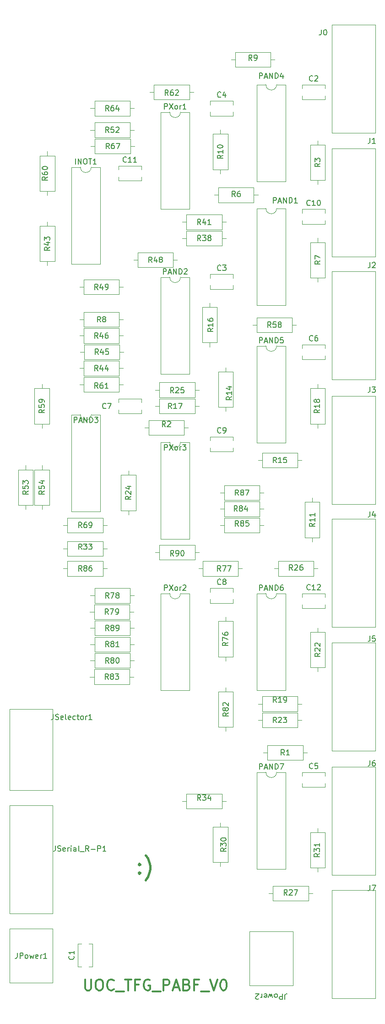
<source format=gbr>
%TF.GenerationSoftware,KiCad,Pcbnew,(6.0.8)*%
%TF.CreationDate,2022-11-05T23:26:06+09:00*%
%TF.ProjectId,CIRCUITOS,43495243-5549-4544-9f53-2e6b69636164,rev?*%
%TF.SameCoordinates,Original*%
%TF.FileFunction,Legend,Top*%
%TF.FilePolarity,Positive*%
%FSLAX46Y46*%
G04 Gerber Fmt 4.6, Leading zero omitted, Abs format (unit mm)*
G04 Created by KiCad (PCBNEW (6.0.8)) date 2022-11-05 23:26:06*
%MOMM*%
%LPD*%
G01*
G04 APERTURE LIST*
%ADD10C,0.450000*%
%ADD11C,0.300000*%
%ADD12C,0.150000*%
%ADD13C,0.120000*%
G04 APERTURE END LIST*
D10*
X128000000Y-172071428D02*
X128142857Y-172214285D01*
X128000000Y-172357142D01*
X127857142Y-172214285D01*
X128000000Y-172071428D01*
X128000000Y-172357142D01*
X128000000Y-170500000D02*
X128142857Y-170642857D01*
X128000000Y-170785714D01*
X127857142Y-170642857D01*
X128000000Y-170500000D01*
X128000000Y-170785714D01*
X129142857Y-173500000D02*
X129285714Y-173357142D01*
X129571428Y-172928571D01*
X129714285Y-172642857D01*
X129857142Y-172214285D01*
X130000000Y-171500000D01*
X130000000Y-170928571D01*
X129857142Y-170214285D01*
X129714285Y-169785714D01*
X129571428Y-169500000D01*
X129285714Y-169071428D01*
X129142857Y-168928571D01*
D11*
X117952380Y-191904761D02*
X117952380Y-193523809D01*
X118047619Y-193714285D01*
X118142857Y-193809523D01*
X118333333Y-193904761D01*
X118714285Y-193904761D01*
X118904761Y-193809523D01*
X119000000Y-193714285D01*
X119095238Y-193523809D01*
X119095238Y-191904761D01*
X120428571Y-191904761D02*
X120809523Y-191904761D01*
X121000000Y-192000000D01*
X121190476Y-192190476D01*
X121285714Y-192571428D01*
X121285714Y-193238095D01*
X121190476Y-193619047D01*
X121000000Y-193809523D01*
X120809523Y-193904761D01*
X120428571Y-193904761D01*
X120238095Y-193809523D01*
X120047619Y-193619047D01*
X119952380Y-193238095D01*
X119952380Y-192571428D01*
X120047619Y-192190476D01*
X120238095Y-192000000D01*
X120428571Y-191904761D01*
X123285714Y-193714285D02*
X123190476Y-193809523D01*
X122904761Y-193904761D01*
X122714285Y-193904761D01*
X122428571Y-193809523D01*
X122238095Y-193619047D01*
X122142857Y-193428571D01*
X122047619Y-193047619D01*
X122047619Y-192761904D01*
X122142857Y-192380952D01*
X122238095Y-192190476D01*
X122428571Y-192000000D01*
X122714285Y-191904761D01*
X122904761Y-191904761D01*
X123190476Y-192000000D01*
X123285714Y-192095238D01*
X123666666Y-194095238D02*
X125190476Y-194095238D01*
X125380952Y-191904761D02*
X126523809Y-191904761D01*
X125952380Y-193904761D02*
X125952380Y-191904761D01*
X127857142Y-192857142D02*
X127190476Y-192857142D01*
X127190476Y-193904761D02*
X127190476Y-191904761D01*
X128142857Y-191904761D01*
X129952380Y-192000000D02*
X129761904Y-191904761D01*
X129476190Y-191904761D01*
X129190476Y-192000000D01*
X129000000Y-192190476D01*
X128904761Y-192380952D01*
X128809523Y-192761904D01*
X128809523Y-193047619D01*
X128904761Y-193428571D01*
X129000000Y-193619047D01*
X129190476Y-193809523D01*
X129476190Y-193904761D01*
X129666666Y-193904761D01*
X129952380Y-193809523D01*
X130047619Y-193714285D01*
X130047619Y-193047619D01*
X129666666Y-193047619D01*
X130428571Y-194095238D02*
X131952380Y-194095238D01*
X132428571Y-193904761D02*
X132428571Y-191904761D01*
X133190476Y-191904761D01*
X133380952Y-192000000D01*
X133476190Y-192095238D01*
X133571428Y-192285714D01*
X133571428Y-192571428D01*
X133476190Y-192761904D01*
X133380952Y-192857142D01*
X133190476Y-192952380D01*
X132428571Y-192952380D01*
X134333333Y-193333333D02*
X135285714Y-193333333D01*
X134142857Y-193904761D02*
X134809523Y-191904761D01*
X135476190Y-193904761D01*
X136809523Y-192857142D02*
X137095238Y-192952380D01*
X137190476Y-193047619D01*
X137285714Y-193238095D01*
X137285714Y-193523809D01*
X137190476Y-193714285D01*
X137095238Y-193809523D01*
X136904761Y-193904761D01*
X136142857Y-193904761D01*
X136142857Y-191904761D01*
X136809523Y-191904761D01*
X137000000Y-192000000D01*
X137095238Y-192095238D01*
X137190476Y-192285714D01*
X137190476Y-192476190D01*
X137095238Y-192666666D01*
X137000000Y-192761904D01*
X136809523Y-192857142D01*
X136142857Y-192857142D01*
X138809523Y-192857142D02*
X138142857Y-192857142D01*
X138142857Y-193904761D02*
X138142857Y-191904761D01*
X139095238Y-191904761D01*
X139380952Y-194095238D02*
X140904761Y-194095238D01*
X141095238Y-191904761D02*
X141761904Y-193904761D01*
X142428571Y-191904761D01*
X143476190Y-191904761D02*
X143666666Y-191904761D01*
X143857142Y-192000000D01*
X143952380Y-192095238D01*
X144047619Y-192285714D01*
X144142857Y-192666666D01*
X144142857Y-193142857D01*
X144047619Y-193523809D01*
X143952380Y-193714285D01*
X143857142Y-193809523D01*
X143666666Y-193904761D01*
X143476190Y-193904761D01*
X143285714Y-193809523D01*
X143190476Y-193714285D01*
X143095238Y-193523809D01*
X143000000Y-193142857D01*
X143000000Y-192666666D01*
X143095238Y-192285714D01*
X143190476Y-192095238D01*
X143285714Y-192000000D01*
X143476190Y-191904761D01*
D12*
%TO.C,R90*%
X134357142Y-113652380D02*
X134023809Y-113176190D01*
X133785714Y-113652380D02*
X133785714Y-112652380D01*
X134166666Y-112652380D01*
X134261904Y-112700000D01*
X134309523Y-112747619D01*
X134357142Y-112842857D01*
X134357142Y-112985714D01*
X134309523Y-113080952D01*
X134261904Y-113128571D01*
X134166666Y-113176190D01*
X133785714Y-113176190D01*
X134833333Y-113652380D02*
X135023809Y-113652380D01*
X135119047Y-113604761D01*
X135166666Y-113557142D01*
X135261904Y-113414285D01*
X135309523Y-113223809D01*
X135309523Y-112842857D01*
X135261904Y-112747619D01*
X135214285Y-112700000D01*
X135119047Y-112652380D01*
X134928571Y-112652380D01*
X134833333Y-112700000D01*
X134785714Y-112747619D01*
X134738095Y-112842857D01*
X134738095Y-113080952D01*
X134785714Y-113176190D01*
X134833333Y-113223809D01*
X134928571Y-113271428D01*
X135119047Y-113271428D01*
X135214285Y-113223809D01*
X135261904Y-113176190D01*
X135309523Y-113080952D01*
X135928571Y-112652380D02*
X136023809Y-112652380D01*
X136119047Y-112700000D01*
X136166666Y-112747619D01*
X136214285Y-112842857D01*
X136261904Y-113033333D01*
X136261904Y-113271428D01*
X136214285Y-113461904D01*
X136166666Y-113557142D01*
X136119047Y-113604761D01*
X136023809Y-113652380D01*
X135928571Y-113652380D01*
X135833333Y-113604761D01*
X135785714Y-113557142D01*
X135738095Y-113461904D01*
X135690476Y-113271428D01*
X135690476Y-113033333D01*
X135738095Y-112842857D01*
X135785714Y-112747619D01*
X135833333Y-112700000D01*
X135928571Y-112652380D01*
%TO.C,R89*%
X122357142Y-127452380D02*
X122023809Y-126976190D01*
X121785714Y-127452380D02*
X121785714Y-126452380D01*
X122166666Y-126452380D01*
X122261904Y-126500000D01*
X122309523Y-126547619D01*
X122357142Y-126642857D01*
X122357142Y-126785714D01*
X122309523Y-126880952D01*
X122261904Y-126928571D01*
X122166666Y-126976190D01*
X121785714Y-126976190D01*
X122928571Y-126880952D02*
X122833333Y-126833333D01*
X122785714Y-126785714D01*
X122738095Y-126690476D01*
X122738095Y-126642857D01*
X122785714Y-126547619D01*
X122833333Y-126500000D01*
X122928571Y-126452380D01*
X123119047Y-126452380D01*
X123214285Y-126500000D01*
X123261904Y-126547619D01*
X123309523Y-126642857D01*
X123309523Y-126690476D01*
X123261904Y-126785714D01*
X123214285Y-126833333D01*
X123119047Y-126880952D01*
X122928571Y-126880952D01*
X122833333Y-126928571D01*
X122785714Y-126976190D01*
X122738095Y-127071428D01*
X122738095Y-127261904D01*
X122785714Y-127357142D01*
X122833333Y-127404761D01*
X122928571Y-127452380D01*
X123119047Y-127452380D01*
X123214285Y-127404761D01*
X123261904Y-127357142D01*
X123309523Y-127261904D01*
X123309523Y-127071428D01*
X123261904Y-126976190D01*
X123214285Y-126928571D01*
X123119047Y-126880952D01*
X123785714Y-127452380D02*
X123976190Y-127452380D01*
X124071428Y-127404761D01*
X124119047Y-127357142D01*
X124214285Y-127214285D01*
X124261904Y-127023809D01*
X124261904Y-126642857D01*
X124214285Y-126547619D01*
X124166666Y-126500000D01*
X124071428Y-126452380D01*
X123880952Y-126452380D01*
X123785714Y-126500000D01*
X123738095Y-126547619D01*
X123690476Y-126642857D01*
X123690476Y-126880952D01*
X123738095Y-126976190D01*
X123785714Y-127023809D01*
X123880952Y-127071428D01*
X124071428Y-127071428D01*
X124166666Y-127023809D01*
X124214285Y-126976190D01*
X124261904Y-126880952D01*
%TO.C,R87*%
X146357142Y-102452380D02*
X146023809Y-101976190D01*
X145785714Y-102452380D02*
X145785714Y-101452380D01*
X146166666Y-101452380D01*
X146261904Y-101500000D01*
X146309523Y-101547619D01*
X146357142Y-101642857D01*
X146357142Y-101785714D01*
X146309523Y-101880952D01*
X146261904Y-101928571D01*
X146166666Y-101976190D01*
X145785714Y-101976190D01*
X146928571Y-101880952D02*
X146833333Y-101833333D01*
X146785714Y-101785714D01*
X146738095Y-101690476D01*
X146738095Y-101642857D01*
X146785714Y-101547619D01*
X146833333Y-101500000D01*
X146928571Y-101452380D01*
X147119047Y-101452380D01*
X147214285Y-101500000D01*
X147261904Y-101547619D01*
X147309523Y-101642857D01*
X147309523Y-101690476D01*
X147261904Y-101785714D01*
X147214285Y-101833333D01*
X147119047Y-101880952D01*
X146928571Y-101880952D01*
X146833333Y-101928571D01*
X146785714Y-101976190D01*
X146738095Y-102071428D01*
X146738095Y-102261904D01*
X146785714Y-102357142D01*
X146833333Y-102404761D01*
X146928571Y-102452380D01*
X147119047Y-102452380D01*
X147214285Y-102404761D01*
X147261904Y-102357142D01*
X147309523Y-102261904D01*
X147309523Y-102071428D01*
X147261904Y-101976190D01*
X147214285Y-101928571D01*
X147119047Y-101880952D01*
X147642857Y-101452380D02*
X148309523Y-101452380D01*
X147880952Y-102452380D01*
%TO.C,R86*%
X117357142Y-116452380D02*
X117023809Y-115976190D01*
X116785714Y-116452380D02*
X116785714Y-115452380D01*
X117166666Y-115452380D01*
X117261904Y-115500000D01*
X117309523Y-115547619D01*
X117357142Y-115642857D01*
X117357142Y-115785714D01*
X117309523Y-115880952D01*
X117261904Y-115928571D01*
X117166666Y-115976190D01*
X116785714Y-115976190D01*
X117928571Y-115880952D02*
X117833333Y-115833333D01*
X117785714Y-115785714D01*
X117738095Y-115690476D01*
X117738095Y-115642857D01*
X117785714Y-115547619D01*
X117833333Y-115500000D01*
X117928571Y-115452380D01*
X118119047Y-115452380D01*
X118214285Y-115500000D01*
X118261904Y-115547619D01*
X118309523Y-115642857D01*
X118309523Y-115690476D01*
X118261904Y-115785714D01*
X118214285Y-115833333D01*
X118119047Y-115880952D01*
X117928571Y-115880952D01*
X117833333Y-115928571D01*
X117785714Y-115976190D01*
X117738095Y-116071428D01*
X117738095Y-116261904D01*
X117785714Y-116357142D01*
X117833333Y-116404761D01*
X117928571Y-116452380D01*
X118119047Y-116452380D01*
X118214285Y-116404761D01*
X118261904Y-116357142D01*
X118309523Y-116261904D01*
X118309523Y-116071428D01*
X118261904Y-115976190D01*
X118214285Y-115928571D01*
X118119047Y-115880952D01*
X119166666Y-115452380D02*
X118976190Y-115452380D01*
X118880952Y-115500000D01*
X118833333Y-115547619D01*
X118738095Y-115690476D01*
X118690476Y-115880952D01*
X118690476Y-116261904D01*
X118738095Y-116357142D01*
X118785714Y-116404761D01*
X118880952Y-116452380D01*
X119071428Y-116452380D01*
X119166666Y-116404761D01*
X119214285Y-116357142D01*
X119261904Y-116261904D01*
X119261904Y-116023809D01*
X119214285Y-115928571D01*
X119166666Y-115880952D01*
X119071428Y-115833333D01*
X118880952Y-115833333D01*
X118785714Y-115880952D01*
X118738095Y-115928571D01*
X118690476Y-116023809D01*
%TO.C,R85*%
X146357142Y-108152380D02*
X146023809Y-107676190D01*
X145785714Y-108152380D02*
X145785714Y-107152380D01*
X146166666Y-107152380D01*
X146261904Y-107200000D01*
X146309523Y-107247619D01*
X146357142Y-107342857D01*
X146357142Y-107485714D01*
X146309523Y-107580952D01*
X146261904Y-107628571D01*
X146166666Y-107676190D01*
X145785714Y-107676190D01*
X146928571Y-107580952D02*
X146833333Y-107533333D01*
X146785714Y-107485714D01*
X146738095Y-107390476D01*
X146738095Y-107342857D01*
X146785714Y-107247619D01*
X146833333Y-107200000D01*
X146928571Y-107152380D01*
X147119047Y-107152380D01*
X147214285Y-107200000D01*
X147261904Y-107247619D01*
X147309523Y-107342857D01*
X147309523Y-107390476D01*
X147261904Y-107485714D01*
X147214285Y-107533333D01*
X147119047Y-107580952D01*
X146928571Y-107580952D01*
X146833333Y-107628571D01*
X146785714Y-107676190D01*
X146738095Y-107771428D01*
X146738095Y-107961904D01*
X146785714Y-108057142D01*
X146833333Y-108104761D01*
X146928571Y-108152380D01*
X147119047Y-108152380D01*
X147214285Y-108104761D01*
X147261904Y-108057142D01*
X147309523Y-107961904D01*
X147309523Y-107771428D01*
X147261904Y-107676190D01*
X147214285Y-107628571D01*
X147119047Y-107580952D01*
X148214285Y-107152380D02*
X147738095Y-107152380D01*
X147690476Y-107628571D01*
X147738095Y-107580952D01*
X147833333Y-107533333D01*
X148071428Y-107533333D01*
X148166666Y-107580952D01*
X148214285Y-107628571D01*
X148261904Y-107723809D01*
X148261904Y-107961904D01*
X148214285Y-108057142D01*
X148166666Y-108104761D01*
X148071428Y-108152380D01*
X147833333Y-108152380D01*
X147738095Y-108104761D01*
X147690476Y-108057142D01*
%TO.C,R84*%
X146127142Y-105402380D02*
X145793809Y-104926190D01*
X145555714Y-105402380D02*
X145555714Y-104402380D01*
X145936666Y-104402380D01*
X146031904Y-104450000D01*
X146079523Y-104497619D01*
X146127142Y-104592857D01*
X146127142Y-104735714D01*
X146079523Y-104830952D01*
X146031904Y-104878571D01*
X145936666Y-104926190D01*
X145555714Y-104926190D01*
X146698571Y-104830952D02*
X146603333Y-104783333D01*
X146555714Y-104735714D01*
X146508095Y-104640476D01*
X146508095Y-104592857D01*
X146555714Y-104497619D01*
X146603333Y-104450000D01*
X146698571Y-104402380D01*
X146889047Y-104402380D01*
X146984285Y-104450000D01*
X147031904Y-104497619D01*
X147079523Y-104592857D01*
X147079523Y-104640476D01*
X147031904Y-104735714D01*
X146984285Y-104783333D01*
X146889047Y-104830952D01*
X146698571Y-104830952D01*
X146603333Y-104878571D01*
X146555714Y-104926190D01*
X146508095Y-105021428D01*
X146508095Y-105211904D01*
X146555714Y-105307142D01*
X146603333Y-105354761D01*
X146698571Y-105402380D01*
X146889047Y-105402380D01*
X146984285Y-105354761D01*
X147031904Y-105307142D01*
X147079523Y-105211904D01*
X147079523Y-105021428D01*
X147031904Y-104926190D01*
X146984285Y-104878571D01*
X146889047Y-104830952D01*
X147936666Y-104735714D02*
X147936666Y-105402380D01*
X147698571Y-104354761D02*
X147460476Y-105069047D01*
X148079523Y-105069047D01*
%TO.C,R83*%
X122277142Y-136452380D02*
X121943809Y-135976190D01*
X121705714Y-136452380D02*
X121705714Y-135452380D01*
X122086666Y-135452380D01*
X122181904Y-135500000D01*
X122229523Y-135547619D01*
X122277142Y-135642857D01*
X122277142Y-135785714D01*
X122229523Y-135880952D01*
X122181904Y-135928571D01*
X122086666Y-135976190D01*
X121705714Y-135976190D01*
X122848571Y-135880952D02*
X122753333Y-135833333D01*
X122705714Y-135785714D01*
X122658095Y-135690476D01*
X122658095Y-135642857D01*
X122705714Y-135547619D01*
X122753333Y-135500000D01*
X122848571Y-135452380D01*
X123039047Y-135452380D01*
X123134285Y-135500000D01*
X123181904Y-135547619D01*
X123229523Y-135642857D01*
X123229523Y-135690476D01*
X123181904Y-135785714D01*
X123134285Y-135833333D01*
X123039047Y-135880952D01*
X122848571Y-135880952D01*
X122753333Y-135928571D01*
X122705714Y-135976190D01*
X122658095Y-136071428D01*
X122658095Y-136261904D01*
X122705714Y-136357142D01*
X122753333Y-136404761D01*
X122848571Y-136452380D01*
X123039047Y-136452380D01*
X123134285Y-136404761D01*
X123181904Y-136357142D01*
X123229523Y-136261904D01*
X123229523Y-136071428D01*
X123181904Y-135976190D01*
X123134285Y-135928571D01*
X123039047Y-135880952D01*
X123562857Y-135452380D02*
X124181904Y-135452380D01*
X123848571Y-135833333D01*
X123991428Y-135833333D01*
X124086666Y-135880952D01*
X124134285Y-135928571D01*
X124181904Y-136023809D01*
X124181904Y-136261904D01*
X124134285Y-136357142D01*
X124086666Y-136404761D01*
X123991428Y-136452380D01*
X123705714Y-136452380D01*
X123610476Y-136404761D01*
X123562857Y-136357142D01*
%TO.C,R82*%
X144452380Y-142642857D02*
X143976190Y-142976190D01*
X144452380Y-143214285D02*
X143452380Y-143214285D01*
X143452380Y-142833333D01*
X143500000Y-142738095D01*
X143547619Y-142690476D01*
X143642857Y-142642857D01*
X143785714Y-142642857D01*
X143880952Y-142690476D01*
X143928571Y-142738095D01*
X143976190Y-142833333D01*
X143976190Y-143214285D01*
X143880952Y-142071428D02*
X143833333Y-142166666D01*
X143785714Y-142214285D01*
X143690476Y-142261904D01*
X143642857Y-142261904D01*
X143547619Y-142214285D01*
X143500000Y-142166666D01*
X143452380Y-142071428D01*
X143452380Y-141880952D01*
X143500000Y-141785714D01*
X143547619Y-141738095D01*
X143642857Y-141690476D01*
X143690476Y-141690476D01*
X143785714Y-141738095D01*
X143833333Y-141785714D01*
X143880952Y-141880952D01*
X143880952Y-142071428D01*
X143928571Y-142166666D01*
X143976190Y-142214285D01*
X144071428Y-142261904D01*
X144261904Y-142261904D01*
X144357142Y-142214285D01*
X144404761Y-142166666D01*
X144452380Y-142071428D01*
X144452380Y-141880952D01*
X144404761Y-141785714D01*
X144357142Y-141738095D01*
X144261904Y-141690476D01*
X144071428Y-141690476D01*
X143976190Y-141738095D01*
X143928571Y-141785714D01*
X143880952Y-141880952D01*
X143547619Y-141309523D02*
X143500000Y-141261904D01*
X143452380Y-141166666D01*
X143452380Y-140928571D01*
X143500000Y-140833333D01*
X143547619Y-140785714D01*
X143642857Y-140738095D01*
X143738095Y-140738095D01*
X143880952Y-140785714D01*
X144452380Y-141357142D01*
X144452380Y-140738095D01*
%TO.C,R81*%
X122357142Y-130452380D02*
X122023809Y-129976190D01*
X121785714Y-130452380D02*
X121785714Y-129452380D01*
X122166666Y-129452380D01*
X122261904Y-129500000D01*
X122309523Y-129547619D01*
X122357142Y-129642857D01*
X122357142Y-129785714D01*
X122309523Y-129880952D01*
X122261904Y-129928571D01*
X122166666Y-129976190D01*
X121785714Y-129976190D01*
X122928571Y-129880952D02*
X122833333Y-129833333D01*
X122785714Y-129785714D01*
X122738095Y-129690476D01*
X122738095Y-129642857D01*
X122785714Y-129547619D01*
X122833333Y-129500000D01*
X122928571Y-129452380D01*
X123119047Y-129452380D01*
X123214285Y-129500000D01*
X123261904Y-129547619D01*
X123309523Y-129642857D01*
X123309523Y-129690476D01*
X123261904Y-129785714D01*
X123214285Y-129833333D01*
X123119047Y-129880952D01*
X122928571Y-129880952D01*
X122833333Y-129928571D01*
X122785714Y-129976190D01*
X122738095Y-130071428D01*
X122738095Y-130261904D01*
X122785714Y-130357142D01*
X122833333Y-130404761D01*
X122928571Y-130452380D01*
X123119047Y-130452380D01*
X123214285Y-130404761D01*
X123261904Y-130357142D01*
X123309523Y-130261904D01*
X123309523Y-130071428D01*
X123261904Y-129976190D01*
X123214285Y-129928571D01*
X123119047Y-129880952D01*
X124261904Y-130452380D02*
X123690476Y-130452380D01*
X123976190Y-130452380D02*
X123976190Y-129452380D01*
X123880952Y-129595238D01*
X123785714Y-129690476D01*
X123690476Y-129738095D01*
%TO.C,R80*%
X122357142Y-133452380D02*
X122023809Y-132976190D01*
X121785714Y-133452380D02*
X121785714Y-132452380D01*
X122166666Y-132452380D01*
X122261904Y-132500000D01*
X122309523Y-132547619D01*
X122357142Y-132642857D01*
X122357142Y-132785714D01*
X122309523Y-132880952D01*
X122261904Y-132928571D01*
X122166666Y-132976190D01*
X121785714Y-132976190D01*
X122928571Y-132880952D02*
X122833333Y-132833333D01*
X122785714Y-132785714D01*
X122738095Y-132690476D01*
X122738095Y-132642857D01*
X122785714Y-132547619D01*
X122833333Y-132500000D01*
X122928571Y-132452380D01*
X123119047Y-132452380D01*
X123214285Y-132500000D01*
X123261904Y-132547619D01*
X123309523Y-132642857D01*
X123309523Y-132690476D01*
X123261904Y-132785714D01*
X123214285Y-132833333D01*
X123119047Y-132880952D01*
X122928571Y-132880952D01*
X122833333Y-132928571D01*
X122785714Y-132976190D01*
X122738095Y-133071428D01*
X122738095Y-133261904D01*
X122785714Y-133357142D01*
X122833333Y-133404761D01*
X122928571Y-133452380D01*
X123119047Y-133452380D01*
X123214285Y-133404761D01*
X123261904Y-133357142D01*
X123309523Y-133261904D01*
X123309523Y-133071428D01*
X123261904Y-132976190D01*
X123214285Y-132928571D01*
X123119047Y-132880952D01*
X123928571Y-132452380D02*
X124023809Y-132452380D01*
X124119047Y-132500000D01*
X124166666Y-132547619D01*
X124214285Y-132642857D01*
X124261904Y-132833333D01*
X124261904Y-133071428D01*
X124214285Y-133261904D01*
X124166666Y-133357142D01*
X124119047Y-133404761D01*
X124023809Y-133452380D01*
X123928571Y-133452380D01*
X123833333Y-133404761D01*
X123785714Y-133357142D01*
X123738095Y-133261904D01*
X123690476Y-133071428D01*
X123690476Y-132833333D01*
X123738095Y-132642857D01*
X123785714Y-132547619D01*
X123833333Y-132500000D01*
X123928571Y-132452380D01*
%TO.C,R79*%
X122277142Y-124452380D02*
X121943809Y-123976190D01*
X121705714Y-124452380D02*
X121705714Y-123452380D01*
X122086666Y-123452380D01*
X122181904Y-123500000D01*
X122229523Y-123547619D01*
X122277142Y-123642857D01*
X122277142Y-123785714D01*
X122229523Y-123880952D01*
X122181904Y-123928571D01*
X122086666Y-123976190D01*
X121705714Y-123976190D01*
X122610476Y-123452380D02*
X123277142Y-123452380D01*
X122848571Y-124452380D01*
X123705714Y-124452380D02*
X123896190Y-124452380D01*
X123991428Y-124404761D01*
X124039047Y-124357142D01*
X124134285Y-124214285D01*
X124181904Y-124023809D01*
X124181904Y-123642857D01*
X124134285Y-123547619D01*
X124086666Y-123500000D01*
X123991428Y-123452380D01*
X123800952Y-123452380D01*
X123705714Y-123500000D01*
X123658095Y-123547619D01*
X123610476Y-123642857D01*
X123610476Y-123880952D01*
X123658095Y-123976190D01*
X123705714Y-124023809D01*
X123800952Y-124071428D01*
X123991428Y-124071428D01*
X124086666Y-124023809D01*
X124134285Y-123976190D01*
X124181904Y-123880952D01*
%TO.C,R78*%
X122357142Y-121452380D02*
X122023809Y-120976190D01*
X121785714Y-121452380D02*
X121785714Y-120452380D01*
X122166666Y-120452380D01*
X122261904Y-120500000D01*
X122309523Y-120547619D01*
X122357142Y-120642857D01*
X122357142Y-120785714D01*
X122309523Y-120880952D01*
X122261904Y-120928571D01*
X122166666Y-120976190D01*
X121785714Y-120976190D01*
X122690476Y-120452380D02*
X123357142Y-120452380D01*
X122928571Y-121452380D01*
X123880952Y-120880952D02*
X123785714Y-120833333D01*
X123738095Y-120785714D01*
X123690476Y-120690476D01*
X123690476Y-120642857D01*
X123738095Y-120547619D01*
X123785714Y-120500000D01*
X123880952Y-120452380D01*
X124071428Y-120452380D01*
X124166666Y-120500000D01*
X124214285Y-120547619D01*
X124261904Y-120642857D01*
X124261904Y-120690476D01*
X124214285Y-120785714D01*
X124166666Y-120833333D01*
X124071428Y-120880952D01*
X123880952Y-120880952D01*
X123785714Y-120928571D01*
X123738095Y-120976190D01*
X123690476Y-121071428D01*
X123690476Y-121261904D01*
X123738095Y-121357142D01*
X123785714Y-121404761D01*
X123880952Y-121452380D01*
X124071428Y-121452380D01*
X124166666Y-121404761D01*
X124214285Y-121357142D01*
X124261904Y-121261904D01*
X124261904Y-121071428D01*
X124214285Y-120976190D01*
X124166666Y-120928571D01*
X124071428Y-120880952D01*
%TO.C,R77*%
X143057142Y-116452380D02*
X142723809Y-115976190D01*
X142485714Y-116452380D02*
X142485714Y-115452380D01*
X142866666Y-115452380D01*
X142961904Y-115500000D01*
X143009523Y-115547619D01*
X143057142Y-115642857D01*
X143057142Y-115785714D01*
X143009523Y-115880952D01*
X142961904Y-115928571D01*
X142866666Y-115976190D01*
X142485714Y-115976190D01*
X143390476Y-115452380D02*
X144057142Y-115452380D01*
X143628571Y-116452380D01*
X144342857Y-115452380D02*
X145009523Y-115452380D01*
X144580952Y-116452380D01*
%TO.C,R76*%
X144402380Y-129642857D02*
X143926190Y-129976190D01*
X144402380Y-130214285D02*
X143402380Y-130214285D01*
X143402380Y-129833333D01*
X143450000Y-129738095D01*
X143497619Y-129690476D01*
X143592857Y-129642857D01*
X143735714Y-129642857D01*
X143830952Y-129690476D01*
X143878571Y-129738095D01*
X143926190Y-129833333D01*
X143926190Y-130214285D01*
X143402380Y-129309523D02*
X143402380Y-128642857D01*
X144402380Y-129071428D01*
X143402380Y-127833333D02*
X143402380Y-128023809D01*
X143450000Y-128119047D01*
X143497619Y-128166666D01*
X143640476Y-128261904D01*
X143830952Y-128309523D01*
X144211904Y-128309523D01*
X144307142Y-128261904D01*
X144354761Y-128214285D01*
X144402380Y-128119047D01*
X144402380Y-127928571D01*
X144354761Y-127833333D01*
X144307142Y-127785714D01*
X144211904Y-127738095D01*
X143973809Y-127738095D01*
X143878571Y-127785714D01*
X143830952Y-127833333D01*
X143783333Y-127928571D01*
X143783333Y-128119047D01*
X143830952Y-128214285D01*
X143878571Y-128261904D01*
X143973809Y-128309523D01*
%TO.C,R69*%
X117357142Y-108452380D02*
X117023809Y-107976190D01*
X116785714Y-108452380D02*
X116785714Y-107452380D01*
X117166666Y-107452380D01*
X117261904Y-107500000D01*
X117309523Y-107547619D01*
X117357142Y-107642857D01*
X117357142Y-107785714D01*
X117309523Y-107880952D01*
X117261904Y-107928571D01*
X117166666Y-107976190D01*
X116785714Y-107976190D01*
X118214285Y-107452380D02*
X118023809Y-107452380D01*
X117928571Y-107500000D01*
X117880952Y-107547619D01*
X117785714Y-107690476D01*
X117738095Y-107880952D01*
X117738095Y-108261904D01*
X117785714Y-108357142D01*
X117833333Y-108404761D01*
X117928571Y-108452380D01*
X118119047Y-108452380D01*
X118214285Y-108404761D01*
X118261904Y-108357142D01*
X118309523Y-108261904D01*
X118309523Y-108023809D01*
X118261904Y-107928571D01*
X118214285Y-107880952D01*
X118119047Y-107833333D01*
X117928571Y-107833333D01*
X117833333Y-107880952D01*
X117785714Y-107928571D01*
X117738095Y-108023809D01*
X118785714Y-108452380D02*
X118976190Y-108452380D01*
X119071428Y-108404761D01*
X119119047Y-108357142D01*
X119214285Y-108214285D01*
X119261904Y-108023809D01*
X119261904Y-107642857D01*
X119214285Y-107547619D01*
X119166666Y-107500000D01*
X119071428Y-107452380D01*
X118880952Y-107452380D01*
X118785714Y-107500000D01*
X118738095Y-107547619D01*
X118690476Y-107642857D01*
X118690476Y-107880952D01*
X118738095Y-107976190D01*
X118785714Y-108023809D01*
X118880952Y-108071428D01*
X119071428Y-108071428D01*
X119166666Y-108023809D01*
X119214285Y-107976190D01*
X119261904Y-107880952D01*
%TO.C,R67*%
X122437142Y-38452380D02*
X122103809Y-37976190D01*
X121865714Y-38452380D02*
X121865714Y-37452380D01*
X122246666Y-37452380D01*
X122341904Y-37500000D01*
X122389523Y-37547619D01*
X122437142Y-37642857D01*
X122437142Y-37785714D01*
X122389523Y-37880952D01*
X122341904Y-37928571D01*
X122246666Y-37976190D01*
X121865714Y-37976190D01*
X123294285Y-37452380D02*
X123103809Y-37452380D01*
X123008571Y-37500000D01*
X122960952Y-37547619D01*
X122865714Y-37690476D01*
X122818095Y-37880952D01*
X122818095Y-38261904D01*
X122865714Y-38357142D01*
X122913333Y-38404761D01*
X123008571Y-38452380D01*
X123199047Y-38452380D01*
X123294285Y-38404761D01*
X123341904Y-38357142D01*
X123389523Y-38261904D01*
X123389523Y-38023809D01*
X123341904Y-37928571D01*
X123294285Y-37880952D01*
X123199047Y-37833333D01*
X123008571Y-37833333D01*
X122913333Y-37880952D01*
X122865714Y-37928571D01*
X122818095Y-38023809D01*
X123722857Y-37452380D02*
X124389523Y-37452380D01*
X123960952Y-38452380D01*
%TO.C,R64*%
X122357142Y-31452380D02*
X122023809Y-30976190D01*
X121785714Y-31452380D02*
X121785714Y-30452380D01*
X122166666Y-30452380D01*
X122261904Y-30500000D01*
X122309523Y-30547619D01*
X122357142Y-30642857D01*
X122357142Y-30785714D01*
X122309523Y-30880952D01*
X122261904Y-30928571D01*
X122166666Y-30976190D01*
X121785714Y-30976190D01*
X123214285Y-30452380D02*
X123023809Y-30452380D01*
X122928571Y-30500000D01*
X122880952Y-30547619D01*
X122785714Y-30690476D01*
X122738095Y-30880952D01*
X122738095Y-31261904D01*
X122785714Y-31357142D01*
X122833333Y-31404761D01*
X122928571Y-31452380D01*
X123119047Y-31452380D01*
X123214285Y-31404761D01*
X123261904Y-31357142D01*
X123309523Y-31261904D01*
X123309523Y-31023809D01*
X123261904Y-30928571D01*
X123214285Y-30880952D01*
X123119047Y-30833333D01*
X122928571Y-30833333D01*
X122833333Y-30880952D01*
X122785714Y-30928571D01*
X122738095Y-31023809D01*
X124166666Y-30785714D02*
X124166666Y-31452380D01*
X123928571Y-30404761D02*
X123690476Y-31119047D01*
X124309523Y-31119047D01*
%TO.C,R62*%
X133357142Y-28602380D02*
X133023809Y-28126190D01*
X132785714Y-28602380D02*
X132785714Y-27602380D01*
X133166666Y-27602380D01*
X133261904Y-27650000D01*
X133309523Y-27697619D01*
X133357142Y-27792857D01*
X133357142Y-27935714D01*
X133309523Y-28030952D01*
X133261904Y-28078571D01*
X133166666Y-28126190D01*
X132785714Y-28126190D01*
X134214285Y-27602380D02*
X134023809Y-27602380D01*
X133928571Y-27650000D01*
X133880952Y-27697619D01*
X133785714Y-27840476D01*
X133738095Y-28030952D01*
X133738095Y-28411904D01*
X133785714Y-28507142D01*
X133833333Y-28554761D01*
X133928571Y-28602380D01*
X134119047Y-28602380D01*
X134214285Y-28554761D01*
X134261904Y-28507142D01*
X134309523Y-28411904D01*
X134309523Y-28173809D01*
X134261904Y-28078571D01*
X134214285Y-28030952D01*
X134119047Y-27983333D01*
X133928571Y-27983333D01*
X133833333Y-28030952D01*
X133785714Y-28078571D01*
X133738095Y-28173809D01*
X134690476Y-27697619D02*
X134738095Y-27650000D01*
X134833333Y-27602380D01*
X135071428Y-27602380D01*
X135166666Y-27650000D01*
X135214285Y-27697619D01*
X135261904Y-27792857D01*
X135261904Y-27888095D01*
X135214285Y-28030952D01*
X134642857Y-28602380D01*
X135261904Y-28602380D01*
%TO.C,R61*%
X120357142Y-82702380D02*
X120023809Y-82226190D01*
X119785714Y-82702380D02*
X119785714Y-81702380D01*
X120166666Y-81702380D01*
X120261904Y-81750000D01*
X120309523Y-81797619D01*
X120357142Y-81892857D01*
X120357142Y-82035714D01*
X120309523Y-82130952D01*
X120261904Y-82178571D01*
X120166666Y-82226190D01*
X119785714Y-82226190D01*
X121214285Y-81702380D02*
X121023809Y-81702380D01*
X120928571Y-81750000D01*
X120880952Y-81797619D01*
X120785714Y-81940476D01*
X120738095Y-82130952D01*
X120738095Y-82511904D01*
X120785714Y-82607142D01*
X120833333Y-82654761D01*
X120928571Y-82702380D01*
X121119047Y-82702380D01*
X121214285Y-82654761D01*
X121261904Y-82607142D01*
X121309523Y-82511904D01*
X121309523Y-82273809D01*
X121261904Y-82178571D01*
X121214285Y-82130952D01*
X121119047Y-82083333D01*
X120928571Y-82083333D01*
X120833333Y-82130952D01*
X120785714Y-82178571D01*
X120738095Y-82273809D01*
X122261904Y-82702380D02*
X121690476Y-82702380D01*
X121976190Y-82702380D02*
X121976190Y-81702380D01*
X121880952Y-81845238D01*
X121785714Y-81940476D01*
X121690476Y-81988095D01*
%TO.C,R60*%
X111052380Y-43642857D02*
X110576190Y-43976190D01*
X111052380Y-44214285D02*
X110052380Y-44214285D01*
X110052380Y-43833333D01*
X110100000Y-43738095D01*
X110147619Y-43690476D01*
X110242857Y-43642857D01*
X110385714Y-43642857D01*
X110480952Y-43690476D01*
X110528571Y-43738095D01*
X110576190Y-43833333D01*
X110576190Y-44214285D01*
X110052380Y-42785714D02*
X110052380Y-42976190D01*
X110100000Y-43071428D01*
X110147619Y-43119047D01*
X110290476Y-43214285D01*
X110480952Y-43261904D01*
X110861904Y-43261904D01*
X110957142Y-43214285D01*
X111004761Y-43166666D01*
X111052380Y-43071428D01*
X111052380Y-42880952D01*
X111004761Y-42785714D01*
X110957142Y-42738095D01*
X110861904Y-42690476D01*
X110623809Y-42690476D01*
X110528571Y-42738095D01*
X110480952Y-42785714D01*
X110433333Y-42880952D01*
X110433333Y-43071428D01*
X110480952Y-43166666D01*
X110528571Y-43214285D01*
X110623809Y-43261904D01*
X110052380Y-42071428D02*
X110052380Y-41976190D01*
X110100000Y-41880952D01*
X110147619Y-41833333D01*
X110242857Y-41785714D01*
X110433333Y-41738095D01*
X110671428Y-41738095D01*
X110861904Y-41785714D01*
X110957142Y-41833333D01*
X111004761Y-41880952D01*
X111052380Y-41976190D01*
X111052380Y-42071428D01*
X111004761Y-42166666D01*
X110957142Y-42214285D01*
X110861904Y-42261904D01*
X110671428Y-42309523D01*
X110433333Y-42309523D01*
X110242857Y-42261904D01*
X110147619Y-42214285D01*
X110100000Y-42166666D01*
X110052380Y-42071428D01*
%TO.C,R59*%
X110452380Y-86642857D02*
X109976190Y-86976190D01*
X110452380Y-87214285D02*
X109452380Y-87214285D01*
X109452380Y-86833333D01*
X109500000Y-86738095D01*
X109547619Y-86690476D01*
X109642857Y-86642857D01*
X109785714Y-86642857D01*
X109880952Y-86690476D01*
X109928571Y-86738095D01*
X109976190Y-86833333D01*
X109976190Y-87214285D01*
X109452380Y-85738095D02*
X109452380Y-86214285D01*
X109928571Y-86261904D01*
X109880952Y-86214285D01*
X109833333Y-86119047D01*
X109833333Y-85880952D01*
X109880952Y-85785714D01*
X109928571Y-85738095D01*
X110023809Y-85690476D01*
X110261904Y-85690476D01*
X110357142Y-85738095D01*
X110404761Y-85785714D01*
X110452380Y-85880952D01*
X110452380Y-86119047D01*
X110404761Y-86214285D01*
X110357142Y-86261904D01*
X110452380Y-85214285D02*
X110452380Y-85023809D01*
X110404761Y-84928571D01*
X110357142Y-84880952D01*
X110214285Y-84785714D01*
X110023809Y-84738095D01*
X109642857Y-84738095D01*
X109547619Y-84785714D01*
X109500000Y-84833333D01*
X109452380Y-84928571D01*
X109452380Y-85119047D01*
X109500000Y-85214285D01*
X109547619Y-85261904D01*
X109642857Y-85309523D01*
X109880952Y-85309523D01*
X109976190Y-85261904D01*
X110023809Y-85214285D01*
X110071428Y-85119047D01*
X110071428Y-84928571D01*
X110023809Y-84833333D01*
X109976190Y-84785714D01*
X109880952Y-84738095D01*
%TO.C,R54*%
X110452380Y-101642857D02*
X109976190Y-101976190D01*
X110452380Y-102214285D02*
X109452380Y-102214285D01*
X109452380Y-101833333D01*
X109500000Y-101738095D01*
X109547619Y-101690476D01*
X109642857Y-101642857D01*
X109785714Y-101642857D01*
X109880952Y-101690476D01*
X109928571Y-101738095D01*
X109976190Y-101833333D01*
X109976190Y-102214285D01*
X109452380Y-100738095D02*
X109452380Y-101214285D01*
X109928571Y-101261904D01*
X109880952Y-101214285D01*
X109833333Y-101119047D01*
X109833333Y-100880952D01*
X109880952Y-100785714D01*
X109928571Y-100738095D01*
X110023809Y-100690476D01*
X110261904Y-100690476D01*
X110357142Y-100738095D01*
X110404761Y-100785714D01*
X110452380Y-100880952D01*
X110452380Y-101119047D01*
X110404761Y-101214285D01*
X110357142Y-101261904D01*
X109785714Y-99833333D02*
X110452380Y-99833333D01*
X109404761Y-100071428D02*
X110119047Y-100309523D01*
X110119047Y-99690476D01*
%TO.C,R53*%
X107452380Y-101642857D02*
X106976190Y-101976190D01*
X107452380Y-102214285D02*
X106452380Y-102214285D01*
X106452380Y-101833333D01*
X106500000Y-101738095D01*
X106547619Y-101690476D01*
X106642857Y-101642857D01*
X106785714Y-101642857D01*
X106880952Y-101690476D01*
X106928571Y-101738095D01*
X106976190Y-101833333D01*
X106976190Y-102214285D01*
X106452380Y-100738095D02*
X106452380Y-101214285D01*
X106928571Y-101261904D01*
X106880952Y-101214285D01*
X106833333Y-101119047D01*
X106833333Y-100880952D01*
X106880952Y-100785714D01*
X106928571Y-100738095D01*
X107023809Y-100690476D01*
X107261904Y-100690476D01*
X107357142Y-100738095D01*
X107404761Y-100785714D01*
X107452380Y-100880952D01*
X107452380Y-101119047D01*
X107404761Y-101214285D01*
X107357142Y-101261904D01*
X106452380Y-100357142D02*
X106452380Y-99738095D01*
X106833333Y-100071428D01*
X106833333Y-99928571D01*
X106880952Y-99833333D01*
X106928571Y-99785714D01*
X107023809Y-99738095D01*
X107261904Y-99738095D01*
X107357142Y-99785714D01*
X107404761Y-99833333D01*
X107452380Y-99928571D01*
X107452380Y-100214285D01*
X107404761Y-100309523D01*
X107357142Y-100357142D01*
%TO.C,R52*%
X122357142Y-35452380D02*
X122023809Y-34976190D01*
X121785714Y-35452380D02*
X121785714Y-34452380D01*
X122166666Y-34452380D01*
X122261904Y-34500000D01*
X122309523Y-34547619D01*
X122357142Y-34642857D01*
X122357142Y-34785714D01*
X122309523Y-34880952D01*
X122261904Y-34928571D01*
X122166666Y-34976190D01*
X121785714Y-34976190D01*
X123261904Y-34452380D02*
X122785714Y-34452380D01*
X122738095Y-34928571D01*
X122785714Y-34880952D01*
X122880952Y-34833333D01*
X123119047Y-34833333D01*
X123214285Y-34880952D01*
X123261904Y-34928571D01*
X123309523Y-35023809D01*
X123309523Y-35261904D01*
X123261904Y-35357142D01*
X123214285Y-35404761D01*
X123119047Y-35452380D01*
X122880952Y-35452380D01*
X122785714Y-35404761D01*
X122738095Y-35357142D01*
X123690476Y-34547619D02*
X123738095Y-34500000D01*
X123833333Y-34452380D01*
X124071428Y-34452380D01*
X124166666Y-34500000D01*
X124214285Y-34547619D01*
X124261904Y-34642857D01*
X124261904Y-34738095D01*
X124214285Y-34880952D01*
X123642857Y-35452380D01*
X124261904Y-35452380D01*
%TO.C,R49*%
X120357142Y-64452380D02*
X120023809Y-63976190D01*
X119785714Y-64452380D02*
X119785714Y-63452380D01*
X120166666Y-63452380D01*
X120261904Y-63500000D01*
X120309523Y-63547619D01*
X120357142Y-63642857D01*
X120357142Y-63785714D01*
X120309523Y-63880952D01*
X120261904Y-63928571D01*
X120166666Y-63976190D01*
X119785714Y-63976190D01*
X121214285Y-63785714D02*
X121214285Y-64452380D01*
X120976190Y-63404761D02*
X120738095Y-64119047D01*
X121357142Y-64119047D01*
X121785714Y-64452380D02*
X121976190Y-64452380D01*
X122071428Y-64404761D01*
X122119047Y-64357142D01*
X122214285Y-64214285D01*
X122261904Y-64023809D01*
X122261904Y-63642857D01*
X122214285Y-63547619D01*
X122166666Y-63500000D01*
X122071428Y-63452380D01*
X121880952Y-63452380D01*
X121785714Y-63500000D01*
X121738095Y-63547619D01*
X121690476Y-63642857D01*
X121690476Y-63880952D01*
X121738095Y-63976190D01*
X121785714Y-64023809D01*
X121880952Y-64071428D01*
X122071428Y-64071428D01*
X122166666Y-64023809D01*
X122214285Y-63976190D01*
X122261904Y-63880952D01*
%TO.C,R48*%
X130357142Y-59452380D02*
X130023809Y-58976190D01*
X129785714Y-59452380D02*
X129785714Y-58452380D01*
X130166666Y-58452380D01*
X130261904Y-58500000D01*
X130309523Y-58547619D01*
X130357142Y-58642857D01*
X130357142Y-58785714D01*
X130309523Y-58880952D01*
X130261904Y-58928571D01*
X130166666Y-58976190D01*
X129785714Y-58976190D01*
X131214285Y-58785714D02*
X131214285Y-59452380D01*
X130976190Y-58404761D02*
X130738095Y-59119047D01*
X131357142Y-59119047D01*
X131880952Y-58880952D02*
X131785714Y-58833333D01*
X131738095Y-58785714D01*
X131690476Y-58690476D01*
X131690476Y-58642857D01*
X131738095Y-58547619D01*
X131785714Y-58500000D01*
X131880952Y-58452380D01*
X132071428Y-58452380D01*
X132166666Y-58500000D01*
X132214285Y-58547619D01*
X132261904Y-58642857D01*
X132261904Y-58690476D01*
X132214285Y-58785714D01*
X132166666Y-58833333D01*
X132071428Y-58880952D01*
X131880952Y-58880952D01*
X131785714Y-58928571D01*
X131738095Y-58976190D01*
X131690476Y-59071428D01*
X131690476Y-59261904D01*
X131738095Y-59357142D01*
X131785714Y-59404761D01*
X131880952Y-59452380D01*
X132071428Y-59452380D01*
X132166666Y-59404761D01*
X132214285Y-59357142D01*
X132261904Y-59261904D01*
X132261904Y-59071428D01*
X132214285Y-58976190D01*
X132166666Y-58928571D01*
X132071428Y-58880952D01*
%TO.C,R46*%
X120357142Y-73452380D02*
X120023809Y-72976190D01*
X119785714Y-73452380D02*
X119785714Y-72452380D01*
X120166666Y-72452380D01*
X120261904Y-72500000D01*
X120309523Y-72547619D01*
X120357142Y-72642857D01*
X120357142Y-72785714D01*
X120309523Y-72880952D01*
X120261904Y-72928571D01*
X120166666Y-72976190D01*
X119785714Y-72976190D01*
X121214285Y-72785714D02*
X121214285Y-73452380D01*
X120976190Y-72404761D02*
X120738095Y-73119047D01*
X121357142Y-73119047D01*
X122166666Y-72452380D02*
X121976190Y-72452380D01*
X121880952Y-72500000D01*
X121833333Y-72547619D01*
X121738095Y-72690476D01*
X121690476Y-72880952D01*
X121690476Y-73261904D01*
X121738095Y-73357142D01*
X121785714Y-73404761D01*
X121880952Y-73452380D01*
X122071428Y-73452380D01*
X122166666Y-73404761D01*
X122214285Y-73357142D01*
X122261904Y-73261904D01*
X122261904Y-73023809D01*
X122214285Y-72928571D01*
X122166666Y-72880952D01*
X122071428Y-72833333D01*
X121880952Y-72833333D01*
X121785714Y-72880952D01*
X121738095Y-72928571D01*
X121690476Y-73023809D01*
%TO.C,R45*%
X120437142Y-76452380D02*
X120103809Y-75976190D01*
X119865714Y-76452380D02*
X119865714Y-75452380D01*
X120246666Y-75452380D01*
X120341904Y-75500000D01*
X120389523Y-75547619D01*
X120437142Y-75642857D01*
X120437142Y-75785714D01*
X120389523Y-75880952D01*
X120341904Y-75928571D01*
X120246666Y-75976190D01*
X119865714Y-75976190D01*
X121294285Y-75785714D02*
X121294285Y-76452380D01*
X121056190Y-75404761D02*
X120818095Y-76119047D01*
X121437142Y-76119047D01*
X122294285Y-75452380D02*
X121818095Y-75452380D01*
X121770476Y-75928571D01*
X121818095Y-75880952D01*
X121913333Y-75833333D01*
X122151428Y-75833333D01*
X122246666Y-75880952D01*
X122294285Y-75928571D01*
X122341904Y-76023809D01*
X122341904Y-76261904D01*
X122294285Y-76357142D01*
X122246666Y-76404761D01*
X122151428Y-76452380D01*
X121913333Y-76452380D01*
X121818095Y-76404761D01*
X121770476Y-76357142D01*
%TO.C,R44*%
X120357142Y-79452380D02*
X120023809Y-78976190D01*
X119785714Y-79452380D02*
X119785714Y-78452380D01*
X120166666Y-78452380D01*
X120261904Y-78500000D01*
X120309523Y-78547619D01*
X120357142Y-78642857D01*
X120357142Y-78785714D01*
X120309523Y-78880952D01*
X120261904Y-78928571D01*
X120166666Y-78976190D01*
X119785714Y-78976190D01*
X121214285Y-78785714D02*
X121214285Y-79452380D01*
X120976190Y-78404761D02*
X120738095Y-79119047D01*
X121357142Y-79119047D01*
X122166666Y-78785714D02*
X122166666Y-79452380D01*
X121928571Y-78404761D02*
X121690476Y-79119047D01*
X122309523Y-79119047D01*
%TO.C,R43*%
X111452380Y-56642857D02*
X110976190Y-56976190D01*
X111452380Y-57214285D02*
X110452380Y-57214285D01*
X110452380Y-56833333D01*
X110500000Y-56738095D01*
X110547619Y-56690476D01*
X110642857Y-56642857D01*
X110785714Y-56642857D01*
X110880952Y-56690476D01*
X110928571Y-56738095D01*
X110976190Y-56833333D01*
X110976190Y-57214285D01*
X110785714Y-55785714D02*
X111452380Y-55785714D01*
X110404761Y-56023809D02*
X111119047Y-56261904D01*
X111119047Y-55642857D01*
X110452380Y-55357142D02*
X110452380Y-54738095D01*
X110833333Y-55071428D01*
X110833333Y-54928571D01*
X110880952Y-54833333D01*
X110928571Y-54785714D01*
X111023809Y-54738095D01*
X111261904Y-54738095D01*
X111357142Y-54785714D01*
X111404761Y-54833333D01*
X111452380Y-54928571D01*
X111452380Y-55214285D01*
X111404761Y-55309523D01*
X111357142Y-55357142D01*
%TO.C,R41*%
X139357142Y-52452380D02*
X139023809Y-51976190D01*
X138785714Y-52452380D02*
X138785714Y-51452380D01*
X139166666Y-51452380D01*
X139261904Y-51500000D01*
X139309523Y-51547619D01*
X139357142Y-51642857D01*
X139357142Y-51785714D01*
X139309523Y-51880952D01*
X139261904Y-51928571D01*
X139166666Y-51976190D01*
X138785714Y-51976190D01*
X140214285Y-51785714D02*
X140214285Y-52452380D01*
X139976190Y-51404761D02*
X139738095Y-52119047D01*
X140357142Y-52119047D01*
X141261904Y-52452380D02*
X140690476Y-52452380D01*
X140976190Y-52452380D02*
X140976190Y-51452380D01*
X140880952Y-51595238D01*
X140785714Y-51690476D01*
X140690476Y-51738095D01*
%TO.C,R38*%
X139357142Y-55452380D02*
X139023809Y-54976190D01*
X138785714Y-55452380D02*
X138785714Y-54452380D01*
X139166666Y-54452380D01*
X139261904Y-54500000D01*
X139309523Y-54547619D01*
X139357142Y-54642857D01*
X139357142Y-54785714D01*
X139309523Y-54880952D01*
X139261904Y-54928571D01*
X139166666Y-54976190D01*
X138785714Y-54976190D01*
X139690476Y-54452380D02*
X140309523Y-54452380D01*
X139976190Y-54833333D01*
X140119047Y-54833333D01*
X140214285Y-54880952D01*
X140261904Y-54928571D01*
X140309523Y-55023809D01*
X140309523Y-55261904D01*
X140261904Y-55357142D01*
X140214285Y-55404761D01*
X140119047Y-55452380D01*
X139833333Y-55452380D01*
X139738095Y-55404761D01*
X139690476Y-55357142D01*
X140880952Y-54880952D02*
X140785714Y-54833333D01*
X140738095Y-54785714D01*
X140690476Y-54690476D01*
X140690476Y-54642857D01*
X140738095Y-54547619D01*
X140785714Y-54500000D01*
X140880952Y-54452380D01*
X141071428Y-54452380D01*
X141166666Y-54500000D01*
X141214285Y-54547619D01*
X141261904Y-54642857D01*
X141261904Y-54690476D01*
X141214285Y-54785714D01*
X141166666Y-54833333D01*
X141071428Y-54880952D01*
X140880952Y-54880952D01*
X140785714Y-54928571D01*
X140738095Y-54976190D01*
X140690476Y-55071428D01*
X140690476Y-55261904D01*
X140738095Y-55357142D01*
X140785714Y-55404761D01*
X140880952Y-55452380D01*
X141071428Y-55452380D01*
X141166666Y-55404761D01*
X141214285Y-55357142D01*
X141261904Y-55261904D01*
X141261904Y-55071428D01*
X141214285Y-54976190D01*
X141166666Y-54928571D01*
X141071428Y-54880952D01*
%TO.C,R34*%
X139357142Y-158802380D02*
X139023809Y-158326190D01*
X138785714Y-158802380D02*
X138785714Y-157802380D01*
X139166666Y-157802380D01*
X139261904Y-157850000D01*
X139309523Y-157897619D01*
X139357142Y-157992857D01*
X139357142Y-158135714D01*
X139309523Y-158230952D01*
X139261904Y-158278571D01*
X139166666Y-158326190D01*
X138785714Y-158326190D01*
X139690476Y-157802380D02*
X140309523Y-157802380D01*
X139976190Y-158183333D01*
X140119047Y-158183333D01*
X140214285Y-158230952D01*
X140261904Y-158278571D01*
X140309523Y-158373809D01*
X140309523Y-158611904D01*
X140261904Y-158707142D01*
X140214285Y-158754761D01*
X140119047Y-158802380D01*
X139833333Y-158802380D01*
X139738095Y-158754761D01*
X139690476Y-158707142D01*
X141166666Y-158135714D02*
X141166666Y-158802380D01*
X140928571Y-157754761D02*
X140690476Y-158469047D01*
X141309523Y-158469047D01*
%TO.C,R33*%
X117357142Y-112452380D02*
X117023809Y-111976190D01*
X116785714Y-112452380D02*
X116785714Y-111452380D01*
X117166666Y-111452380D01*
X117261904Y-111500000D01*
X117309523Y-111547619D01*
X117357142Y-111642857D01*
X117357142Y-111785714D01*
X117309523Y-111880952D01*
X117261904Y-111928571D01*
X117166666Y-111976190D01*
X116785714Y-111976190D01*
X117690476Y-111452380D02*
X118309523Y-111452380D01*
X117976190Y-111833333D01*
X118119047Y-111833333D01*
X118214285Y-111880952D01*
X118261904Y-111928571D01*
X118309523Y-112023809D01*
X118309523Y-112261904D01*
X118261904Y-112357142D01*
X118214285Y-112404761D01*
X118119047Y-112452380D01*
X117833333Y-112452380D01*
X117738095Y-112404761D01*
X117690476Y-112357142D01*
X118642857Y-111452380D02*
X119261904Y-111452380D01*
X118928571Y-111833333D01*
X119071428Y-111833333D01*
X119166666Y-111880952D01*
X119214285Y-111928571D01*
X119261904Y-112023809D01*
X119261904Y-112261904D01*
X119214285Y-112357142D01*
X119166666Y-112404761D01*
X119071428Y-112452380D01*
X118785714Y-112452380D01*
X118690476Y-112404761D01*
X118642857Y-112357142D01*
%TO.C,R31*%
X161352380Y-168642857D02*
X160876190Y-168976190D01*
X161352380Y-169214285D02*
X160352380Y-169214285D01*
X160352380Y-168833333D01*
X160400000Y-168738095D01*
X160447619Y-168690476D01*
X160542857Y-168642857D01*
X160685714Y-168642857D01*
X160780952Y-168690476D01*
X160828571Y-168738095D01*
X160876190Y-168833333D01*
X160876190Y-169214285D01*
X160352380Y-168309523D02*
X160352380Y-167690476D01*
X160733333Y-168023809D01*
X160733333Y-167880952D01*
X160780952Y-167785714D01*
X160828571Y-167738095D01*
X160923809Y-167690476D01*
X161161904Y-167690476D01*
X161257142Y-167738095D01*
X161304761Y-167785714D01*
X161352380Y-167880952D01*
X161352380Y-168166666D01*
X161304761Y-168261904D01*
X161257142Y-168309523D01*
X161352380Y-166738095D02*
X161352380Y-167309523D01*
X161352380Y-167023809D02*
X160352380Y-167023809D01*
X160495238Y-167119047D01*
X160590476Y-167214285D01*
X160638095Y-167309523D01*
%TO.C,R30*%
X144052380Y-167642857D02*
X143576190Y-167976190D01*
X144052380Y-168214285D02*
X143052380Y-168214285D01*
X143052380Y-167833333D01*
X143100000Y-167738095D01*
X143147619Y-167690476D01*
X143242857Y-167642857D01*
X143385714Y-167642857D01*
X143480952Y-167690476D01*
X143528571Y-167738095D01*
X143576190Y-167833333D01*
X143576190Y-168214285D01*
X143052380Y-167309523D02*
X143052380Y-166690476D01*
X143433333Y-167023809D01*
X143433333Y-166880952D01*
X143480952Y-166785714D01*
X143528571Y-166738095D01*
X143623809Y-166690476D01*
X143861904Y-166690476D01*
X143957142Y-166738095D01*
X144004761Y-166785714D01*
X144052380Y-166880952D01*
X144052380Y-167166666D01*
X144004761Y-167261904D01*
X143957142Y-167309523D01*
X143052380Y-166071428D02*
X143052380Y-165976190D01*
X143100000Y-165880952D01*
X143147619Y-165833333D01*
X143242857Y-165785714D01*
X143433333Y-165738095D01*
X143671428Y-165738095D01*
X143861904Y-165785714D01*
X143957142Y-165833333D01*
X144004761Y-165880952D01*
X144052380Y-165976190D01*
X144052380Y-166071428D01*
X144004761Y-166166666D01*
X143957142Y-166214285D01*
X143861904Y-166261904D01*
X143671428Y-166309523D01*
X143433333Y-166309523D01*
X143242857Y-166261904D01*
X143147619Y-166214285D01*
X143100000Y-166166666D01*
X143052380Y-166071428D01*
%TO.C,R27*%
X155357142Y-176302380D02*
X155023809Y-175826190D01*
X154785714Y-176302380D02*
X154785714Y-175302380D01*
X155166666Y-175302380D01*
X155261904Y-175350000D01*
X155309523Y-175397619D01*
X155357142Y-175492857D01*
X155357142Y-175635714D01*
X155309523Y-175730952D01*
X155261904Y-175778571D01*
X155166666Y-175826190D01*
X154785714Y-175826190D01*
X155738095Y-175397619D02*
X155785714Y-175350000D01*
X155880952Y-175302380D01*
X156119047Y-175302380D01*
X156214285Y-175350000D01*
X156261904Y-175397619D01*
X156309523Y-175492857D01*
X156309523Y-175588095D01*
X156261904Y-175730952D01*
X155690476Y-176302380D01*
X156309523Y-176302380D01*
X156642857Y-175302380D02*
X157309523Y-175302380D01*
X156880952Y-176302380D01*
%TO.C,R26*%
X156357142Y-116302380D02*
X156023809Y-115826190D01*
X155785714Y-116302380D02*
X155785714Y-115302380D01*
X156166666Y-115302380D01*
X156261904Y-115350000D01*
X156309523Y-115397619D01*
X156357142Y-115492857D01*
X156357142Y-115635714D01*
X156309523Y-115730952D01*
X156261904Y-115778571D01*
X156166666Y-115826190D01*
X155785714Y-115826190D01*
X156738095Y-115397619D02*
X156785714Y-115350000D01*
X156880952Y-115302380D01*
X157119047Y-115302380D01*
X157214285Y-115350000D01*
X157261904Y-115397619D01*
X157309523Y-115492857D01*
X157309523Y-115588095D01*
X157261904Y-115730952D01*
X156690476Y-116302380D01*
X157309523Y-116302380D01*
X158166666Y-115302380D02*
X157976190Y-115302380D01*
X157880952Y-115350000D01*
X157833333Y-115397619D01*
X157738095Y-115540476D01*
X157690476Y-115730952D01*
X157690476Y-116111904D01*
X157738095Y-116207142D01*
X157785714Y-116254761D01*
X157880952Y-116302380D01*
X158071428Y-116302380D01*
X158166666Y-116254761D01*
X158214285Y-116207142D01*
X158261904Y-116111904D01*
X158261904Y-115873809D01*
X158214285Y-115778571D01*
X158166666Y-115730952D01*
X158071428Y-115683333D01*
X157880952Y-115683333D01*
X157785714Y-115730952D01*
X157738095Y-115778571D01*
X157690476Y-115873809D01*
%TO.C,R25*%
X134357142Y-83552380D02*
X134023809Y-83076190D01*
X133785714Y-83552380D02*
X133785714Y-82552380D01*
X134166666Y-82552380D01*
X134261904Y-82600000D01*
X134309523Y-82647619D01*
X134357142Y-82742857D01*
X134357142Y-82885714D01*
X134309523Y-82980952D01*
X134261904Y-83028571D01*
X134166666Y-83076190D01*
X133785714Y-83076190D01*
X134738095Y-82647619D02*
X134785714Y-82600000D01*
X134880952Y-82552380D01*
X135119047Y-82552380D01*
X135214285Y-82600000D01*
X135261904Y-82647619D01*
X135309523Y-82742857D01*
X135309523Y-82838095D01*
X135261904Y-82980952D01*
X134690476Y-83552380D01*
X135309523Y-83552380D01*
X136214285Y-82552380D02*
X135738095Y-82552380D01*
X135690476Y-83028571D01*
X135738095Y-82980952D01*
X135833333Y-82933333D01*
X136071428Y-82933333D01*
X136166666Y-82980952D01*
X136214285Y-83028571D01*
X136261904Y-83123809D01*
X136261904Y-83361904D01*
X136214285Y-83457142D01*
X136166666Y-83504761D01*
X136071428Y-83552380D01*
X135833333Y-83552380D01*
X135738095Y-83504761D01*
X135690476Y-83457142D01*
%TO.C,R24*%
X126452380Y-102642857D02*
X125976190Y-102976190D01*
X126452380Y-103214285D02*
X125452380Y-103214285D01*
X125452380Y-102833333D01*
X125500000Y-102738095D01*
X125547619Y-102690476D01*
X125642857Y-102642857D01*
X125785714Y-102642857D01*
X125880952Y-102690476D01*
X125928571Y-102738095D01*
X125976190Y-102833333D01*
X125976190Y-103214285D01*
X125547619Y-102261904D02*
X125500000Y-102214285D01*
X125452380Y-102119047D01*
X125452380Y-101880952D01*
X125500000Y-101785714D01*
X125547619Y-101738095D01*
X125642857Y-101690476D01*
X125738095Y-101690476D01*
X125880952Y-101738095D01*
X126452380Y-102309523D01*
X126452380Y-101690476D01*
X125785714Y-100833333D02*
X126452380Y-100833333D01*
X125404761Y-101071428D02*
X126119047Y-101309523D01*
X126119047Y-100690476D01*
%TO.C,R23*%
X153357142Y-144452380D02*
X153023809Y-143976190D01*
X152785714Y-144452380D02*
X152785714Y-143452380D01*
X153166666Y-143452380D01*
X153261904Y-143500000D01*
X153309523Y-143547619D01*
X153357142Y-143642857D01*
X153357142Y-143785714D01*
X153309523Y-143880952D01*
X153261904Y-143928571D01*
X153166666Y-143976190D01*
X152785714Y-143976190D01*
X153738095Y-143547619D02*
X153785714Y-143500000D01*
X153880952Y-143452380D01*
X154119047Y-143452380D01*
X154214285Y-143500000D01*
X154261904Y-143547619D01*
X154309523Y-143642857D01*
X154309523Y-143738095D01*
X154261904Y-143880952D01*
X153690476Y-144452380D01*
X154309523Y-144452380D01*
X154642857Y-143452380D02*
X155261904Y-143452380D01*
X154928571Y-143833333D01*
X155071428Y-143833333D01*
X155166666Y-143880952D01*
X155214285Y-143928571D01*
X155261904Y-144023809D01*
X155261904Y-144261904D01*
X155214285Y-144357142D01*
X155166666Y-144404761D01*
X155071428Y-144452380D01*
X154785714Y-144452380D01*
X154690476Y-144404761D01*
X154642857Y-144357142D01*
%TO.C,R22*%
X161452380Y-131642857D02*
X160976190Y-131976190D01*
X161452380Y-132214285D02*
X160452380Y-132214285D01*
X160452380Y-131833333D01*
X160500000Y-131738095D01*
X160547619Y-131690476D01*
X160642857Y-131642857D01*
X160785714Y-131642857D01*
X160880952Y-131690476D01*
X160928571Y-131738095D01*
X160976190Y-131833333D01*
X160976190Y-132214285D01*
X160547619Y-131261904D02*
X160500000Y-131214285D01*
X160452380Y-131119047D01*
X160452380Y-130880952D01*
X160500000Y-130785714D01*
X160547619Y-130738095D01*
X160642857Y-130690476D01*
X160738095Y-130690476D01*
X160880952Y-130738095D01*
X161452380Y-131309523D01*
X161452380Y-130690476D01*
X160547619Y-130309523D02*
X160500000Y-130261904D01*
X160452380Y-130166666D01*
X160452380Y-129928571D01*
X160500000Y-129833333D01*
X160547619Y-129785714D01*
X160642857Y-129738095D01*
X160738095Y-129738095D01*
X160880952Y-129785714D01*
X161452380Y-130357142D01*
X161452380Y-129738095D01*
%TO.C,R19*%
X153357142Y-140702380D02*
X153023809Y-140226190D01*
X152785714Y-140702380D02*
X152785714Y-139702380D01*
X153166666Y-139702380D01*
X153261904Y-139750000D01*
X153309523Y-139797619D01*
X153357142Y-139892857D01*
X153357142Y-140035714D01*
X153309523Y-140130952D01*
X153261904Y-140178571D01*
X153166666Y-140226190D01*
X152785714Y-140226190D01*
X154309523Y-140702380D02*
X153738095Y-140702380D01*
X154023809Y-140702380D02*
X154023809Y-139702380D01*
X153928571Y-139845238D01*
X153833333Y-139940476D01*
X153738095Y-139988095D01*
X154785714Y-140702380D02*
X154976190Y-140702380D01*
X155071428Y-140654761D01*
X155119047Y-140607142D01*
X155214285Y-140464285D01*
X155261904Y-140273809D01*
X155261904Y-139892857D01*
X155214285Y-139797619D01*
X155166666Y-139750000D01*
X155071428Y-139702380D01*
X154880952Y-139702380D01*
X154785714Y-139750000D01*
X154738095Y-139797619D01*
X154690476Y-139892857D01*
X154690476Y-140130952D01*
X154738095Y-140226190D01*
X154785714Y-140273809D01*
X154880952Y-140321428D01*
X155071428Y-140321428D01*
X155166666Y-140273809D01*
X155214285Y-140226190D01*
X155261904Y-140130952D01*
%TO.C,R18*%
X161352380Y-86642857D02*
X160876190Y-86976190D01*
X161352380Y-87214285D02*
X160352380Y-87214285D01*
X160352380Y-86833333D01*
X160400000Y-86738095D01*
X160447619Y-86690476D01*
X160542857Y-86642857D01*
X160685714Y-86642857D01*
X160780952Y-86690476D01*
X160828571Y-86738095D01*
X160876190Y-86833333D01*
X160876190Y-87214285D01*
X161352380Y-85690476D02*
X161352380Y-86261904D01*
X161352380Y-85976190D02*
X160352380Y-85976190D01*
X160495238Y-86071428D01*
X160590476Y-86166666D01*
X160638095Y-86261904D01*
X160780952Y-85119047D02*
X160733333Y-85214285D01*
X160685714Y-85261904D01*
X160590476Y-85309523D01*
X160542857Y-85309523D01*
X160447619Y-85261904D01*
X160400000Y-85214285D01*
X160352380Y-85119047D01*
X160352380Y-84928571D01*
X160400000Y-84833333D01*
X160447619Y-84785714D01*
X160542857Y-84738095D01*
X160590476Y-84738095D01*
X160685714Y-84785714D01*
X160733333Y-84833333D01*
X160780952Y-84928571D01*
X160780952Y-85119047D01*
X160828571Y-85214285D01*
X160876190Y-85261904D01*
X160971428Y-85309523D01*
X161161904Y-85309523D01*
X161257142Y-85261904D01*
X161304761Y-85214285D01*
X161352380Y-85119047D01*
X161352380Y-84928571D01*
X161304761Y-84833333D01*
X161257142Y-84785714D01*
X161161904Y-84738095D01*
X160971428Y-84738095D01*
X160876190Y-84785714D01*
X160828571Y-84833333D01*
X160780952Y-84928571D01*
%TO.C,R17*%
X133967142Y-86452380D02*
X133633809Y-85976190D01*
X133395714Y-86452380D02*
X133395714Y-85452380D01*
X133776666Y-85452380D01*
X133871904Y-85500000D01*
X133919523Y-85547619D01*
X133967142Y-85642857D01*
X133967142Y-85785714D01*
X133919523Y-85880952D01*
X133871904Y-85928571D01*
X133776666Y-85976190D01*
X133395714Y-85976190D01*
X134919523Y-86452380D02*
X134348095Y-86452380D01*
X134633809Y-86452380D02*
X134633809Y-85452380D01*
X134538571Y-85595238D01*
X134443333Y-85690476D01*
X134348095Y-85738095D01*
X135252857Y-85452380D02*
X135919523Y-85452380D01*
X135490952Y-86452380D01*
%TO.C,R16*%
X141652380Y-71642857D02*
X141176190Y-71976190D01*
X141652380Y-72214285D02*
X140652380Y-72214285D01*
X140652380Y-71833333D01*
X140700000Y-71738095D01*
X140747619Y-71690476D01*
X140842857Y-71642857D01*
X140985714Y-71642857D01*
X141080952Y-71690476D01*
X141128571Y-71738095D01*
X141176190Y-71833333D01*
X141176190Y-72214285D01*
X141652380Y-70690476D02*
X141652380Y-71261904D01*
X141652380Y-70976190D02*
X140652380Y-70976190D01*
X140795238Y-71071428D01*
X140890476Y-71166666D01*
X140938095Y-71261904D01*
X140652380Y-69833333D02*
X140652380Y-70023809D01*
X140700000Y-70119047D01*
X140747619Y-70166666D01*
X140890476Y-70261904D01*
X141080952Y-70309523D01*
X141461904Y-70309523D01*
X141557142Y-70261904D01*
X141604761Y-70214285D01*
X141652380Y-70119047D01*
X141652380Y-69928571D01*
X141604761Y-69833333D01*
X141557142Y-69785714D01*
X141461904Y-69738095D01*
X141223809Y-69738095D01*
X141128571Y-69785714D01*
X141080952Y-69833333D01*
X141033333Y-69928571D01*
X141033333Y-70119047D01*
X141080952Y-70214285D01*
X141128571Y-70261904D01*
X141223809Y-70309523D01*
%TO.C,R15*%
X153357142Y-96452380D02*
X153023809Y-95976190D01*
X152785714Y-96452380D02*
X152785714Y-95452380D01*
X153166666Y-95452380D01*
X153261904Y-95500000D01*
X153309523Y-95547619D01*
X153357142Y-95642857D01*
X153357142Y-95785714D01*
X153309523Y-95880952D01*
X153261904Y-95928571D01*
X153166666Y-95976190D01*
X152785714Y-95976190D01*
X154309523Y-96452380D02*
X153738095Y-96452380D01*
X154023809Y-96452380D02*
X154023809Y-95452380D01*
X153928571Y-95595238D01*
X153833333Y-95690476D01*
X153738095Y-95738095D01*
X155214285Y-95452380D02*
X154738095Y-95452380D01*
X154690476Y-95928571D01*
X154738095Y-95880952D01*
X154833333Y-95833333D01*
X155071428Y-95833333D01*
X155166666Y-95880952D01*
X155214285Y-95928571D01*
X155261904Y-96023809D01*
X155261904Y-96261904D01*
X155214285Y-96357142D01*
X155166666Y-96404761D01*
X155071428Y-96452380D01*
X154833333Y-96452380D01*
X154738095Y-96404761D01*
X154690476Y-96357142D01*
%TO.C,R14*%
X145102380Y-84242857D02*
X144626190Y-84576190D01*
X145102380Y-84814285D02*
X144102380Y-84814285D01*
X144102380Y-84433333D01*
X144150000Y-84338095D01*
X144197619Y-84290476D01*
X144292857Y-84242857D01*
X144435714Y-84242857D01*
X144530952Y-84290476D01*
X144578571Y-84338095D01*
X144626190Y-84433333D01*
X144626190Y-84814285D01*
X145102380Y-83290476D02*
X145102380Y-83861904D01*
X145102380Y-83576190D02*
X144102380Y-83576190D01*
X144245238Y-83671428D01*
X144340476Y-83766666D01*
X144388095Y-83861904D01*
X144435714Y-82433333D02*
X145102380Y-82433333D01*
X144054761Y-82671428D02*
X144769047Y-82909523D01*
X144769047Y-82290476D01*
%TO.C,R11*%
X160452380Y-107642857D02*
X159976190Y-107976190D01*
X160452380Y-108214285D02*
X159452380Y-108214285D01*
X159452380Y-107833333D01*
X159500000Y-107738095D01*
X159547619Y-107690476D01*
X159642857Y-107642857D01*
X159785714Y-107642857D01*
X159880952Y-107690476D01*
X159928571Y-107738095D01*
X159976190Y-107833333D01*
X159976190Y-108214285D01*
X160452380Y-106690476D02*
X160452380Y-107261904D01*
X160452380Y-106976190D02*
X159452380Y-106976190D01*
X159595238Y-107071428D01*
X159690476Y-107166666D01*
X159738095Y-107261904D01*
X160452380Y-105738095D02*
X160452380Y-106309523D01*
X160452380Y-106023809D02*
X159452380Y-106023809D01*
X159595238Y-106119047D01*
X159690476Y-106214285D01*
X159738095Y-106309523D01*
%TO.C,R10*%
X143452380Y-39642857D02*
X142976190Y-39976190D01*
X143452380Y-40214285D02*
X142452380Y-40214285D01*
X142452380Y-39833333D01*
X142500000Y-39738095D01*
X142547619Y-39690476D01*
X142642857Y-39642857D01*
X142785714Y-39642857D01*
X142880952Y-39690476D01*
X142928571Y-39738095D01*
X142976190Y-39833333D01*
X142976190Y-40214285D01*
X143452380Y-38690476D02*
X143452380Y-39261904D01*
X143452380Y-38976190D02*
X142452380Y-38976190D01*
X142595238Y-39071428D01*
X142690476Y-39166666D01*
X142738095Y-39261904D01*
X142452380Y-38071428D02*
X142452380Y-37976190D01*
X142500000Y-37880952D01*
X142547619Y-37833333D01*
X142642857Y-37785714D01*
X142833333Y-37738095D01*
X143071428Y-37738095D01*
X143261904Y-37785714D01*
X143357142Y-37833333D01*
X143404761Y-37880952D01*
X143452380Y-37976190D01*
X143452380Y-38071428D01*
X143404761Y-38166666D01*
X143357142Y-38214285D01*
X143261904Y-38261904D01*
X143071428Y-38309523D01*
X142833333Y-38309523D01*
X142642857Y-38261904D01*
X142547619Y-38214285D01*
X142500000Y-38166666D01*
X142452380Y-38071428D01*
%TO.C,R9*%
X148833333Y-22132380D02*
X148500000Y-21656190D01*
X148261904Y-22132380D02*
X148261904Y-21132380D01*
X148642857Y-21132380D01*
X148738095Y-21180000D01*
X148785714Y-21227619D01*
X148833333Y-21322857D01*
X148833333Y-21465714D01*
X148785714Y-21560952D01*
X148738095Y-21608571D01*
X148642857Y-21656190D01*
X148261904Y-21656190D01*
X149309523Y-22132380D02*
X149500000Y-22132380D01*
X149595238Y-22084761D01*
X149642857Y-22037142D01*
X149738095Y-21894285D01*
X149785714Y-21703809D01*
X149785714Y-21322857D01*
X149738095Y-21227619D01*
X149690476Y-21180000D01*
X149595238Y-21132380D01*
X149404761Y-21132380D01*
X149309523Y-21180000D01*
X149261904Y-21227619D01*
X149214285Y-21322857D01*
X149214285Y-21560952D01*
X149261904Y-21656190D01*
X149309523Y-21703809D01*
X149404761Y-21751428D01*
X149595238Y-21751428D01*
X149690476Y-21703809D01*
X149738095Y-21656190D01*
X149785714Y-21560952D01*
%TO.C,R8*%
X120833333Y-70452380D02*
X120500000Y-69976190D01*
X120261904Y-70452380D02*
X120261904Y-69452380D01*
X120642857Y-69452380D01*
X120738095Y-69500000D01*
X120785714Y-69547619D01*
X120833333Y-69642857D01*
X120833333Y-69785714D01*
X120785714Y-69880952D01*
X120738095Y-69928571D01*
X120642857Y-69976190D01*
X120261904Y-69976190D01*
X121404761Y-69880952D02*
X121309523Y-69833333D01*
X121261904Y-69785714D01*
X121214285Y-69690476D01*
X121214285Y-69642857D01*
X121261904Y-69547619D01*
X121309523Y-69500000D01*
X121404761Y-69452380D01*
X121595238Y-69452380D01*
X121690476Y-69500000D01*
X121738095Y-69547619D01*
X121785714Y-69642857D01*
X121785714Y-69690476D01*
X121738095Y-69785714D01*
X121690476Y-69833333D01*
X121595238Y-69880952D01*
X121404761Y-69880952D01*
X121309523Y-69928571D01*
X121261904Y-69976190D01*
X121214285Y-70071428D01*
X121214285Y-70261904D01*
X121261904Y-70357142D01*
X121309523Y-70404761D01*
X121404761Y-70452380D01*
X121595238Y-70452380D01*
X121690476Y-70404761D01*
X121738095Y-70357142D01*
X121785714Y-70261904D01*
X121785714Y-70071428D01*
X121738095Y-69976190D01*
X121690476Y-69928571D01*
X121595238Y-69880952D01*
%TO.C,R7*%
X161452380Y-59166666D02*
X160976190Y-59500000D01*
X161452380Y-59738095D02*
X160452380Y-59738095D01*
X160452380Y-59357142D01*
X160500000Y-59261904D01*
X160547619Y-59214285D01*
X160642857Y-59166666D01*
X160785714Y-59166666D01*
X160880952Y-59214285D01*
X160928571Y-59261904D01*
X160976190Y-59357142D01*
X160976190Y-59738095D01*
X160452380Y-58833333D02*
X160452380Y-58166666D01*
X161452380Y-58595238D01*
%TO.C,R6*%
X145753333Y-47302380D02*
X145420000Y-46826190D01*
X145181904Y-47302380D02*
X145181904Y-46302380D01*
X145562857Y-46302380D01*
X145658095Y-46350000D01*
X145705714Y-46397619D01*
X145753333Y-46492857D01*
X145753333Y-46635714D01*
X145705714Y-46730952D01*
X145658095Y-46778571D01*
X145562857Y-46826190D01*
X145181904Y-46826190D01*
X146610476Y-46302380D02*
X146420000Y-46302380D01*
X146324761Y-46350000D01*
X146277142Y-46397619D01*
X146181904Y-46540476D01*
X146134285Y-46730952D01*
X146134285Y-47111904D01*
X146181904Y-47207142D01*
X146229523Y-47254761D01*
X146324761Y-47302380D01*
X146515238Y-47302380D01*
X146610476Y-47254761D01*
X146658095Y-47207142D01*
X146705714Y-47111904D01*
X146705714Y-46873809D01*
X146658095Y-46778571D01*
X146610476Y-46730952D01*
X146515238Y-46683333D01*
X146324761Y-46683333D01*
X146229523Y-46730952D01*
X146181904Y-46778571D01*
X146134285Y-46873809D01*
%TO.C,R3*%
X161452380Y-41166666D02*
X160976190Y-41500000D01*
X161452380Y-41738095D02*
X160452380Y-41738095D01*
X160452380Y-41357142D01*
X160500000Y-41261904D01*
X160547619Y-41214285D01*
X160642857Y-41166666D01*
X160785714Y-41166666D01*
X160880952Y-41214285D01*
X160928571Y-41261904D01*
X160976190Y-41357142D01*
X160976190Y-41738095D01*
X160452380Y-40833333D02*
X160452380Y-40214285D01*
X160833333Y-40547619D01*
X160833333Y-40404761D01*
X160880952Y-40309523D01*
X160928571Y-40261904D01*
X161023809Y-40214285D01*
X161261904Y-40214285D01*
X161357142Y-40261904D01*
X161404761Y-40309523D01*
X161452380Y-40404761D01*
X161452380Y-40690476D01*
X161404761Y-40785714D01*
X161357142Y-40833333D01*
%TO.C,R2*%
X132833333Y-89802380D02*
X132500000Y-89326190D01*
X132261904Y-89802380D02*
X132261904Y-88802380D01*
X132642857Y-88802380D01*
X132738095Y-88850000D01*
X132785714Y-88897619D01*
X132833333Y-88992857D01*
X132833333Y-89135714D01*
X132785714Y-89230952D01*
X132738095Y-89278571D01*
X132642857Y-89326190D01*
X132261904Y-89326190D01*
X133214285Y-88897619D02*
X133261904Y-88850000D01*
X133357142Y-88802380D01*
X133595238Y-88802380D01*
X133690476Y-88850000D01*
X133738095Y-88897619D01*
X133785714Y-88992857D01*
X133785714Y-89088095D01*
X133738095Y-89230952D01*
X133166666Y-89802380D01*
X133785714Y-89802380D01*
%TO.C,R1*%
X154833333Y-150452380D02*
X154500000Y-149976190D01*
X154261904Y-150452380D02*
X154261904Y-149452380D01*
X154642857Y-149452380D01*
X154738095Y-149500000D01*
X154785714Y-149547619D01*
X154833333Y-149642857D01*
X154833333Y-149785714D01*
X154785714Y-149880952D01*
X154738095Y-149928571D01*
X154642857Y-149976190D01*
X154261904Y-149976190D01*
X155785714Y-150452380D02*
X155214285Y-150452380D01*
X155500000Y-150452380D02*
X155500000Y-149452380D01*
X155404761Y-149595238D01*
X155309523Y-149690476D01*
X155214285Y-149738095D01*
%TO.C,R58*%
X152357142Y-71452380D02*
X152023809Y-70976190D01*
X151785714Y-71452380D02*
X151785714Y-70452380D01*
X152166666Y-70452380D01*
X152261904Y-70500000D01*
X152309523Y-70547619D01*
X152357142Y-70642857D01*
X152357142Y-70785714D01*
X152309523Y-70880952D01*
X152261904Y-70928571D01*
X152166666Y-70976190D01*
X151785714Y-70976190D01*
X153261904Y-70452380D02*
X152785714Y-70452380D01*
X152738095Y-70928571D01*
X152785714Y-70880952D01*
X152880952Y-70833333D01*
X153119047Y-70833333D01*
X153214285Y-70880952D01*
X153261904Y-70928571D01*
X153309523Y-71023809D01*
X153309523Y-71261904D01*
X153261904Y-71357142D01*
X153214285Y-71404761D01*
X153119047Y-71452380D01*
X152880952Y-71452380D01*
X152785714Y-71404761D01*
X152738095Y-71357142D01*
X153880952Y-70880952D02*
X153785714Y-70833333D01*
X153738095Y-70785714D01*
X153690476Y-70690476D01*
X153690476Y-70642857D01*
X153738095Y-70547619D01*
X153785714Y-70500000D01*
X153880952Y-70452380D01*
X154071428Y-70452380D01*
X154166666Y-70500000D01*
X154214285Y-70547619D01*
X154261904Y-70642857D01*
X154261904Y-70690476D01*
X154214285Y-70785714D01*
X154166666Y-70833333D01*
X154071428Y-70880952D01*
X153880952Y-70880952D01*
X153785714Y-70928571D01*
X153738095Y-70976190D01*
X153690476Y-71071428D01*
X153690476Y-71261904D01*
X153738095Y-71357142D01*
X153785714Y-71404761D01*
X153880952Y-71452380D01*
X154071428Y-71452380D01*
X154166666Y-71404761D01*
X154214285Y-71357142D01*
X154261904Y-71261904D01*
X154261904Y-71071428D01*
X154214285Y-70976190D01*
X154166666Y-70928571D01*
X154071428Y-70880952D01*
%TO.C,PXor3*%
X132653809Y-94102380D02*
X132653809Y-93102380D01*
X133034761Y-93102380D01*
X133130000Y-93150000D01*
X133177619Y-93197619D01*
X133225238Y-93292857D01*
X133225238Y-93435714D01*
X133177619Y-93530952D01*
X133130000Y-93578571D01*
X133034761Y-93626190D01*
X132653809Y-93626190D01*
X133558571Y-93102380D02*
X134225238Y-94102380D01*
X134225238Y-93102380D02*
X133558571Y-94102380D01*
X134749047Y-94102380D02*
X134653809Y-94054761D01*
X134606190Y-94007142D01*
X134558571Y-93911904D01*
X134558571Y-93626190D01*
X134606190Y-93530952D01*
X134653809Y-93483333D01*
X134749047Y-93435714D01*
X134891904Y-93435714D01*
X134987142Y-93483333D01*
X135034761Y-93530952D01*
X135082380Y-93626190D01*
X135082380Y-93911904D01*
X135034761Y-94007142D01*
X134987142Y-94054761D01*
X134891904Y-94102380D01*
X134749047Y-94102380D01*
X135510952Y-94102380D02*
X135510952Y-93435714D01*
X135510952Y-93626190D02*
X135558571Y-93530952D01*
X135606190Y-93483333D01*
X135701428Y-93435714D01*
X135796666Y-93435714D01*
X136034761Y-93102380D02*
X136653809Y-93102380D01*
X136320476Y-93483333D01*
X136463333Y-93483333D01*
X136558571Y-93530952D01*
X136606190Y-93578571D01*
X136653809Y-93673809D01*
X136653809Y-93911904D01*
X136606190Y-94007142D01*
X136558571Y-94054761D01*
X136463333Y-94102380D01*
X136177619Y-94102380D01*
X136082380Y-94054761D01*
X136034761Y-94007142D01*
%TO.C,PXor2*%
X132653809Y-120042380D02*
X132653809Y-119042380D01*
X133034761Y-119042380D01*
X133130000Y-119090000D01*
X133177619Y-119137619D01*
X133225238Y-119232857D01*
X133225238Y-119375714D01*
X133177619Y-119470952D01*
X133130000Y-119518571D01*
X133034761Y-119566190D01*
X132653809Y-119566190D01*
X133558571Y-119042380D02*
X134225238Y-120042380D01*
X134225238Y-119042380D02*
X133558571Y-120042380D01*
X134749047Y-120042380D02*
X134653809Y-119994761D01*
X134606190Y-119947142D01*
X134558571Y-119851904D01*
X134558571Y-119566190D01*
X134606190Y-119470952D01*
X134653809Y-119423333D01*
X134749047Y-119375714D01*
X134891904Y-119375714D01*
X134987142Y-119423333D01*
X135034761Y-119470952D01*
X135082380Y-119566190D01*
X135082380Y-119851904D01*
X135034761Y-119947142D01*
X134987142Y-119994761D01*
X134891904Y-120042380D01*
X134749047Y-120042380D01*
X135510952Y-120042380D02*
X135510952Y-119375714D01*
X135510952Y-119566190D02*
X135558571Y-119470952D01*
X135606190Y-119423333D01*
X135701428Y-119375714D01*
X135796666Y-119375714D01*
X136082380Y-119137619D02*
X136130000Y-119090000D01*
X136225238Y-119042380D01*
X136463333Y-119042380D01*
X136558571Y-119090000D01*
X136606190Y-119137619D01*
X136653809Y-119232857D01*
X136653809Y-119328095D01*
X136606190Y-119470952D01*
X136034761Y-120042380D01*
X136653809Y-120042380D01*
%TO.C,PXor1*%
X132653809Y-31137380D02*
X132653809Y-30137380D01*
X133034761Y-30137380D01*
X133130000Y-30185000D01*
X133177619Y-30232619D01*
X133225238Y-30327857D01*
X133225238Y-30470714D01*
X133177619Y-30565952D01*
X133130000Y-30613571D01*
X133034761Y-30661190D01*
X132653809Y-30661190D01*
X133558571Y-30137380D02*
X134225238Y-31137380D01*
X134225238Y-30137380D02*
X133558571Y-31137380D01*
X134749047Y-31137380D02*
X134653809Y-31089761D01*
X134606190Y-31042142D01*
X134558571Y-30946904D01*
X134558571Y-30661190D01*
X134606190Y-30565952D01*
X134653809Y-30518333D01*
X134749047Y-30470714D01*
X134891904Y-30470714D01*
X134987142Y-30518333D01*
X135034761Y-30565952D01*
X135082380Y-30661190D01*
X135082380Y-30946904D01*
X135034761Y-31042142D01*
X134987142Y-31089761D01*
X134891904Y-31137380D01*
X134749047Y-31137380D01*
X135510952Y-31137380D02*
X135510952Y-30470714D01*
X135510952Y-30661190D02*
X135558571Y-30565952D01*
X135606190Y-30518333D01*
X135701428Y-30470714D01*
X135796666Y-30470714D01*
X136653809Y-31137380D02*
X136082380Y-31137380D01*
X136368095Y-31137380D02*
X136368095Y-30137380D01*
X136272857Y-30280238D01*
X136177619Y-30375476D01*
X136082380Y-30423095D01*
%TO.C,PAND7*%
X150219523Y-153057380D02*
X150219523Y-152057380D01*
X150600476Y-152057380D01*
X150695714Y-152105000D01*
X150743333Y-152152619D01*
X150790952Y-152247857D01*
X150790952Y-152390714D01*
X150743333Y-152485952D01*
X150695714Y-152533571D01*
X150600476Y-152581190D01*
X150219523Y-152581190D01*
X151171904Y-152771666D02*
X151648095Y-152771666D01*
X151076666Y-153057380D02*
X151410000Y-152057380D01*
X151743333Y-153057380D01*
X152076666Y-153057380D02*
X152076666Y-152057380D01*
X152648095Y-153057380D01*
X152648095Y-152057380D01*
X153124285Y-153057380D02*
X153124285Y-152057380D01*
X153362380Y-152057380D01*
X153505238Y-152105000D01*
X153600476Y-152200238D01*
X153648095Y-152295476D01*
X153695714Y-152485952D01*
X153695714Y-152628809D01*
X153648095Y-152819285D01*
X153600476Y-152914523D01*
X153505238Y-153009761D01*
X153362380Y-153057380D01*
X153124285Y-153057380D01*
X154029047Y-152057380D02*
X154695714Y-152057380D01*
X154267142Y-153057380D01*
%TO.C,PAND6*%
X150219523Y-120037380D02*
X150219523Y-119037380D01*
X150600476Y-119037380D01*
X150695714Y-119085000D01*
X150743333Y-119132619D01*
X150790952Y-119227857D01*
X150790952Y-119370714D01*
X150743333Y-119465952D01*
X150695714Y-119513571D01*
X150600476Y-119561190D01*
X150219523Y-119561190D01*
X151171904Y-119751666D02*
X151648095Y-119751666D01*
X151076666Y-120037380D02*
X151410000Y-119037380D01*
X151743333Y-120037380D01*
X152076666Y-120037380D02*
X152076666Y-119037380D01*
X152648095Y-120037380D01*
X152648095Y-119037380D01*
X153124285Y-120037380D02*
X153124285Y-119037380D01*
X153362380Y-119037380D01*
X153505238Y-119085000D01*
X153600476Y-119180238D01*
X153648095Y-119275476D01*
X153695714Y-119465952D01*
X153695714Y-119608809D01*
X153648095Y-119799285D01*
X153600476Y-119894523D01*
X153505238Y-119989761D01*
X153362380Y-120037380D01*
X153124285Y-120037380D01*
X154552857Y-119037380D02*
X154362380Y-119037380D01*
X154267142Y-119085000D01*
X154219523Y-119132619D01*
X154124285Y-119275476D01*
X154076666Y-119465952D01*
X154076666Y-119846904D01*
X154124285Y-119942142D01*
X154171904Y-119989761D01*
X154267142Y-120037380D01*
X154457619Y-120037380D01*
X154552857Y-119989761D01*
X154600476Y-119942142D01*
X154648095Y-119846904D01*
X154648095Y-119608809D01*
X154600476Y-119513571D01*
X154552857Y-119465952D01*
X154457619Y-119418333D01*
X154267142Y-119418333D01*
X154171904Y-119465952D01*
X154124285Y-119513571D01*
X154076666Y-119608809D01*
%TO.C,PAND5*%
X150219523Y-74322380D02*
X150219523Y-73322380D01*
X150600476Y-73322380D01*
X150695714Y-73370000D01*
X150743333Y-73417619D01*
X150790952Y-73512857D01*
X150790952Y-73655714D01*
X150743333Y-73750952D01*
X150695714Y-73798571D01*
X150600476Y-73846190D01*
X150219523Y-73846190D01*
X151171904Y-74036666D02*
X151648095Y-74036666D01*
X151076666Y-74322380D02*
X151410000Y-73322380D01*
X151743333Y-74322380D01*
X152076666Y-74322380D02*
X152076666Y-73322380D01*
X152648095Y-74322380D01*
X152648095Y-73322380D01*
X153124285Y-74322380D02*
X153124285Y-73322380D01*
X153362380Y-73322380D01*
X153505238Y-73370000D01*
X153600476Y-73465238D01*
X153648095Y-73560476D01*
X153695714Y-73750952D01*
X153695714Y-73893809D01*
X153648095Y-74084285D01*
X153600476Y-74179523D01*
X153505238Y-74274761D01*
X153362380Y-74322380D01*
X153124285Y-74322380D01*
X154600476Y-73322380D02*
X154124285Y-73322380D01*
X154076666Y-73798571D01*
X154124285Y-73750952D01*
X154219523Y-73703333D01*
X154457619Y-73703333D01*
X154552857Y-73750952D01*
X154600476Y-73798571D01*
X154648095Y-73893809D01*
X154648095Y-74131904D01*
X154600476Y-74227142D01*
X154552857Y-74274761D01*
X154457619Y-74322380D01*
X154219523Y-74322380D01*
X154124285Y-74274761D01*
X154076666Y-74227142D01*
%TO.C,PAND4*%
X150219523Y-25452380D02*
X150219523Y-24452380D01*
X150600476Y-24452380D01*
X150695714Y-24500000D01*
X150743333Y-24547619D01*
X150790952Y-24642857D01*
X150790952Y-24785714D01*
X150743333Y-24880952D01*
X150695714Y-24928571D01*
X150600476Y-24976190D01*
X150219523Y-24976190D01*
X151171904Y-25166666D02*
X151648095Y-25166666D01*
X151076666Y-25452380D02*
X151410000Y-24452380D01*
X151743333Y-25452380D01*
X152076666Y-25452380D02*
X152076666Y-24452380D01*
X152648095Y-25452380D01*
X152648095Y-24452380D01*
X153124285Y-25452380D02*
X153124285Y-24452380D01*
X153362380Y-24452380D01*
X153505238Y-24500000D01*
X153600476Y-24595238D01*
X153648095Y-24690476D01*
X153695714Y-24880952D01*
X153695714Y-25023809D01*
X153648095Y-25214285D01*
X153600476Y-25309523D01*
X153505238Y-25404761D01*
X153362380Y-25452380D01*
X153124285Y-25452380D01*
X154552857Y-24785714D02*
X154552857Y-25452380D01*
X154314761Y-24404761D02*
X154076666Y-25119047D01*
X154695714Y-25119047D01*
%TO.C,PAND3*%
X115919523Y-89017380D02*
X115919523Y-88017380D01*
X116300476Y-88017380D01*
X116395714Y-88065000D01*
X116443333Y-88112619D01*
X116490952Y-88207857D01*
X116490952Y-88350714D01*
X116443333Y-88445952D01*
X116395714Y-88493571D01*
X116300476Y-88541190D01*
X115919523Y-88541190D01*
X116871904Y-88731666D02*
X117348095Y-88731666D01*
X116776666Y-89017380D02*
X117110000Y-88017380D01*
X117443333Y-89017380D01*
X117776666Y-89017380D02*
X117776666Y-88017380D01*
X118348095Y-89017380D01*
X118348095Y-88017380D01*
X118824285Y-89017380D02*
X118824285Y-88017380D01*
X119062380Y-88017380D01*
X119205238Y-88065000D01*
X119300476Y-88160238D01*
X119348095Y-88255476D01*
X119395714Y-88445952D01*
X119395714Y-88588809D01*
X119348095Y-88779285D01*
X119300476Y-88874523D01*
X119205238Y-88969761D01*
X119062380Y-89017380D01*
X118824285Y-89017380D01*
X119729047Y-88017380D02*
X120348095Y-88017380D01*
X120014761Y-88398333D01*
X120157619Y-88398333D01*
X120252857Y-88445952D01*
X120300476Y-88493571D01*
X120348095Y-88588809D01*
X120348095Y-88826904D01*
X120300476Y-88922142D01*
X120252857Y-88969761D01*
X120157619Y-89017380D01*
X119871904Y-89017380D01*
X119776666Y-88969761D01*
X119729047Y-88922142D01*
%TO.C,PAND2*%
X132439523Y-61622380D02*
X132439523Y-60622380D01*
X132820476Y-60622380D01*
X132915714Y-60670000D01*
X132963333Y-60717619D01*
X133010952Y-60812857D01*
X133010952Y-60955714D01*
X132963333Y-61050952D01*
X132915714Y-61098571D01*
X132820476Y-61146190D01*
X132439523Y-61146190D01*
X133391904Y-61336666D02*
X133868095Y-61336666D01*
X133296666Y-61622380D02*
X133630000Y-60622380D01*
X133963333Y-61622380D01*
X134296666Y-61622380D02*
X134296666Y-60622380D01*
X134868095Y-61622380D01*
X134868095Y-60622380D01*
X135344285Y-61622380D02*
X135344285Y-60622380D01*
X135582380Y-60622380D01*
X135725238Y-60670000D01*
X135820476Y-60765238D01*
X135868095Y-60860476D01*
X135915714Y-61050952D01*
X135915714Y-61193809D01*
X135868095Y-61384285D01*
X135820476Y-61479523D01*
X135725238Y-61574761D01*
X135582380Y-61622380D01*
X135344285Y-61622380D01*
X136296666Y-60717619D02*
X136344285Y-60670000D01*
X136439523Y-60622380D01*
X136677619Y-60622380D01*
X136772857Y-60670000D01*
X136820476Y-60717619D01*
X136868095Y-60812857D01*
X136868095Y-60908095D01*
X136820476Y-61050952D01*
X136249047Y-61622380D01*
X136868095Y-61622380D01*
%TO.C,PAND1*%
X152809523Y-48452380D02*
X152809523Y-47452380D01*
X153190476Y-47452380D01*
X153285714Y-47500000D01*
X153333333Y-47547619D01*
X153380952Y-47642857D01*
X153380952Y-47785714D01*
X153333333Y-47880952D01*
X153285714Y-47928571D01*
X153190476Y-47976190D01*
X152809523Y-47976190D01*
X153761904Y-48166666D02*
X154238095Y-48166666D01*
X153666666Y-48452380D02*
X154000000Y-47452380D01*
X154333333Y-48452380D01*
X154666666Y-48452380D02*
X154666666Y-47452380D01*
X155238095Y-48452380D01*
X155238095Y-47452380D01*
X155714285Y-48452380D02*
X155714285Y-47452380D01*
X155952380Y-47452380D01*
X156095238Y-47500000D01*
X156190476Y-47595238D01*
X156238095Y-47690476D01*
X156285714Y-47880952D01*
X156285714Y-48023809D01*
X156238095Y-48214285D01*
X156190476Y-48309523D01*
X156095238Y-48404761D01*
X155952380Y-48452380D01*
X155714285Y-48452380D01*
X157238095Y-48452380D02*
X156666666Y-48452380D01*
X156952380Y-48452380D02*
X156952380Y-47452380D01*
X156857142Y-47595238D01*
X156761904Y-47690476D01*
X156666666Y-47738095D01*
%TO.C,JSerial_R-P1*%
X112500000Y-167212380D02*
X112500000Y-167926666D01*
X112452380Y-168069523D01*
X112357142Y-168164761D01*
X112214285Y-168212380D01*
X112119047Y-168212380D01*
X112928571Y-168164761D02*
X113071428Y-168212380D01*
X113309523Y-168212380D01*
X113404761Y-168164761D01*
X113452380Y-168117142D01*
X113500000Y-168021904D01*
X113500000Y-167926666D01*
X113452380Y-167831428D01*
X113404761Y-167783809D01*
X113309523Y-167736190D01*
X113119047Y-167688571D01*
X113023809Y-167640952D01*
X112976190Y-167593333D01*
X112928571Y-167498095D01*
X112928571Y-167402857D01*
X112976190Y-167307619D01*
X113023809Y-167260000D01*
X113119047Y-167212380D01*
X113357142Y-167212380D01*
X113500000Y-167260000D01*
X114309523Y-168164761D02*
X114214285Y-168212380D01*
X114023809Y-168212380D01*
X113928571Y-168164761D01*
X113880952Y-168069523D01*
X113880952Y-167688571D01*
X113928571Y-167593333D01*
X114023809Y-167545714D01*
X114214285Y-167545714D01*
X114309523Y-167593333D01*
X114357142Y-167688571D01*
X114357142Y-167783809D01*
X113880952Y-167879047D01*
X114785714Y-168212380D02*
X114785714Y-167545714D01*
X114785714Y-167736190D02*
X114833333Y-167640952D01*
X114880952Y-167593333D01*
X114976190Y-167545714D01*
X115071428Y-167545714D01*
X115404761Y-168212380D02*
X115404761Y-167545714D01*
X115404761Y-167212380D02*
X115357142Y-167260000D01*
X115404761Y-167307619D01*
X115452380Y-167260000D01*
X115404761Y-167212380D01*
X115404761Y-167307619D01*
X116309523Y-168212380D02*
X116309523Y-167688571D01*
X116261904Y-167593333D01*
X116166666Y-167545714D01*
X115976190Y-167545714D01*
X115880952Y-167593333D01*
X116309523Y-168164761D02*
X116214285Y-168212380D01*
X115976190Y-168212380D01*
X115880952Y-168164761D01*
X115833333Y-168069523D01*
X115833333Y-167974285D01*
X115880952Y-167879047D01*
X115976190Y-167831428D01*
X116214285Y-167831428D01*
X116309523Y-167783809D01*
X116928571Y-168212380D02*
X116833333Y-168164761D01*
X116785714Y-168069523D01*
X116785714Y-167212380D01*
X117071428Y-168307619D02*
X117833333Y-168307619D01*
X118642857Y-168212380D02*
X118309523Y-167736190D01*
X118071428Y-168212380D02*
X118071428Y-167212380D01*
X118452380Y-167212380D01*
X118547619Y-167260000D01*
X118595238Y-167307619D01*
X118642857Y-167402857D01*
X118642857Y-167545714D01*
X118595238Y-167640952D01*
X118547619Y-167688571D01*
X118452380Y-167736190D01*
X118071428Y-167736190D01*
X119071428Y-167831428D02*
X119833333Y-167831428D01*
X120309523Y-168212380D02*
X120309523Y-167212380D01*
X120690476Y-167212380D01*
X120785714Y-167260000D01*
X120833333Y-167307619D01*
X120880952Y-167402857D01*
X120880952Y-167545714D01*
X120833333Y-167640952D01*
X120785714Y-167688571D01*
X120690476Y-167736190D01*
X120309523Y-167736190D01*
X121833333Y-168212380D02*
X121261904Y-168212380D01*
X121547619Y-168212380D02*
X121547619Y-167212380D01*
X121452380Y-167355238D01*
X121357142Y-167450476D01*
X121261904Y-167498095D01*
%TO.C,JSelector1*%
X112095238Y-142892380D02*
X112095238Y-143606666D01*
X112047619Y-143749523D01*
X111952380Y-143844761D01*
X111809523Y-143892380D01*
X111714285Y-143892380D01*
X112523809Y-143844761D02*
X112666666Y-143892380D01*
X112904761Y-143892380D01*
X113000000Y-143844761D01*
X113047619Y-143797142D01*
X113095238Y-143701904D01*
X113095238Y-143606666D01*
X113047619Y-143511428D01*
X113000000Y-143463809D01*
X112904761Y-143416190D01*
X112714285Y-143368571D01*
X112619047Y-143320952D01*
X112571428Y-143273333D01*
X112523809Y-143178095D01*
X112523809Y-143082857D01*
X112571428Y-142987619D01*
X112619047Y-142940000D01*
X112714285Y-142892380D01*
X112952380Y-142892380D01*
X113095238Y-142940000D01*
X113904761Y-143844761D02*
X113809523Y-143892380D01*
X113619047Y-143892380D01*
X113523809Y-143844761D01*
X113476190Y-143749523D01*
X113476190Y-143368571D01*
X113523809Y-143273333D01*
X113619047Y-143225714D01*
X113809523Y-143225714D01*
X113904761Y-143273333D01*
X113952380Y-143368571D01*
X113952380Y-143463809D01*
X113476190Y-143559047D01*
X114523809Y-143892380D02*
X114428571Y-143844761D01*
X114380952Y-143749523D01*
X114380952Y-142892380D01*
X115285714Y-143844761D02*
X115190476Y-143892380D01*
X115000000Y-143892380D01*
X114904761Y-143844761D01*
X114857142Y-143749523D01*
X114857142Y-143368571D01*
X114904761Y-143273333D01*
X115000000Y-143225714D01*
X115190476Y-143225714D01*
X115285714Y-143273333D01*
X115333333Y-143368571D01*
X115333333Y-143463809D01*
X114857142Y-143559047D01*
X116190476Y-143844761D02*
X116095238Y-143892380D01*
X115904761Y-143892380D01*
X115809523Y-143844761D01*
X115761904Y-143797142D01*
X115714285Y-143701904D01*
X115714285Y-143416190D01*
X115761904Y-143320952D01*
X115809523Y-143273333D01*
X115904761Y-143225714D01*
X116095238Y-143225714D01*
X116190476Y-143273333D01*
X116476190Y-143225714D02*
X116857142Y-143225714D01*
X116619047Y-142892380D02*
X116619047Y-143749523D01*
X116666666Y-143844761D01*
X116761904Y-143892380D01*
X116857142Y-143892380D01*
X117333333Y-143892380D02*
X117238095Y-143844761D01*
X117190476Y-143797142D01*
X117142857Y-143701904D01*
X117142857Y-143416190D01*
X117190476Y-143320952D01*
X117238095Y-143273333D01*
X117333333Y-143225714D01*
X117476190Y-143225714D01*
X117571428Y-143273333D01*
X117619047Y-143320952D01*
X117666666Y-143416190D01*
X117666666Y-143701904D01*
X117619047Y-143797142D01*
X117571428Y-143844761D01*
X117476190Y-143892380D01*
X117333333Y-143892380D01*
X118095238Y-143892380D02*
X118095238Y-143225714D01*
X118095238Y-143416190D02*
X118142857Y-143320952D01*
X118190476Y-143273333D01*
X118285714Y-143225714D01*
X118380952Y-143225714D01*
X119238095Y-143892380D02*
X118666666Y-143892380D01*
X118952380Y-143892380D02*
X118952380Y-142892380D01*
X118857142Y-143035238D01*
X118761904Y-143130476D01*
X118666666Y-143178095D01*
%TO.C,JPower2*%
X154947619Y-195547619D02*
X154947619Y-194833333D01*
X154995238Y-194690476D01*
X155090476Y-194595238D01*
X155233333Y-194547619D01*
X155328571Y-194547619D01*
X154471428Y-194547619D02*
X154471428Y-195547619D01*
X154090476Y-195547619D01*
X153995238Y-195500000D01*
X153947619Y-195452380D01*
X153900000Y-195357142D01*
X153900000Y-195214285D01*
X153947619Y-195119047D01*
X153995238Y-195071428D01*
X154090476Y-195023809D01*
X154471428Y-195023809D01*
X153328571Y-194547619D02*
X153423809Y-194595238D01*
X153471428Y-194642857D01*
X153519047Y-194738095D01*
X153519047Y-195023809D01*
X153471428Y-195119047D01*
X153423809Y-195166666D01*
X153328571Y-195214285D01*
X153185714Y-195214285D01*
X153090476Y-195166666D01*
X153042857Y-195119047D01*
X152995238Y-195023809D01*
X152995238Y-194738095D01*
X153042857Y-194642857D01*
X153090476Y-194595238D01*
X153185714Y-194547619D01*
X153328571Y-194547619D01*
X152661904Y-195214285D02*
X152471428Y-194547619D01*
X152280952Y-195023809D01*
X152090476Y-194547619D01*
X151900000Y-195214285D01*
X151138095Y-194595238D02*
X151233333Y-194547619D01*
X151423809Y-194547619D01*
X151519047Y-194595238D01*
X151566666Y-194690476D01*
X151566666Y-195071428D01*
X151519047Y-195166666D01*
X151423809Y-195214285D01*
X151233333Y-195214285D01*
X151138095Y-195166666D01*
X151090476Y-195071428D01*
X151090476Y-194976190D01*
X151566666Y-194880952D01*
X150661904Y-194547619D02*
X150661904Y-195214285D01*
X150661904Y-195023809D02*
X150614285Y-195119047D01*
X150566666Y-195166666D01*
X150471428Y-195214285D01*
X150376190Y-195214285D01*
X150090476Y-195452380D02*
X150042857Y-195500000D01*
X149947619Y-195547619D01*
X149709523Y-195547619D01*
X149614285Y-195500000D01*
X149566666Y-195452380D01*
X149519047Y-195357142D01*
X149519047Y-195261904D01*
X149566666Y-195119047D01*
X150138095Y-194547619D01*
X149519047Y-194547619D01*
%TO.C,JPower1*%
X105452380Y-186992380D02*
X105452380Y-187706666D01*
X105404761Y-187849523D01*
X105309523Y-187944761D01*
X105166666Y-187992380D01*
X105071428Y-187992380D01*
X105928571Y-187992380D02*
X105928571Y-186992380D01*
X106309523Y-186992380D01*
X106404761Y-187040000D01*
X106452380Y-187087619D01*
X106500000Y-187182857D01*
X106500000Y-187325714D01*
X106452380Y-187420952D01*
X106404761Y-187468571D01*
X106309523Y-187516190D01*
X105928571Y-187516190D01*
X107071428Y-187992380D02*
X106976190Y-187944761D01*
X106928571Y-187897142D01*
X106880952Y-187801904D01*
X106880952Y-187516190D01*
X106928571Y-187420952D01*
X106976190Y-187373333D01*
X107071428Y-187325714D01*
X107214285Y-187325714D01*
X107309523Y-187373333D01*
X107357142Y-187420952D01*
X107404761Y-187516190D01*
X107404761Y-187801904D01*
X107357142Y-187897142D01*
X107309523Y-187944761D01*
X107214285Y-187992380D01*
X107071428Y-187992380D01*
X107738095Y-187325714D02*
X107928571Y-187992380D01*
X108119047Y-187516190D01*
X108309523Y-187992380D01*
X108500000Y-187325714D01*
X109261904Y-187944761D02*
X109166666Y-187992380D01*
X108976190Y-187992380D01*
X108880952Y-187944761D01*
X108833333Y-187849523D01*
X108833333Y-187468571D01*
X108880952Y-187373333D01*
X108976190Y-187325714D01*
X109166666Y-187325714D01*
X109261904Y-187373333D01*
X109309523Y-187468571D01*
X109309523Y-187563809D01*
X108833333Y-187659047D01*
X109738095Y-187992380D02*
X109738095Y-187325714D01*
X109738095Y-187516190D02*
X109785714Y-187420952D01*
X109833333Y-187373333D01*
X109928571Y-187325714D01*
X110023809Y-187325714D01*
X110880952Y-187992380D02*
X110309523Y-187992380D01*
X110595238Y-187992380D02*
X110595238Y-186992380D01*
X110500000Y-187135238D01*
X110404761Y-187230476D01*
X110309523Y-187278095D01*
%TO.C,J7*%
X170666666Y-174452380D02*
X170666666Y-175166666D01*
X170619047Y-175309523D01*
X170523809Y-175404761D01*
X170380952Y-175452380D01*
X170285714Y-175452380D01*
X171047619Y-174452380D02*
X171714285Y-174452380D01*
X171285714Y-175452380D01*
%TO.C,J6*%
X170666666Y-151452380D02*
X170666666Y-152166666D01*
X170619047Y-152309523D01*
X170523809Y-152404761D01*
X170380952Y-152452380D01*
X170285714Y-152452380D01*
X171571428Y-151452380D02*
X171380952Y-151452380D01*
X171285714Y-151500000D01*
X171238095Y-151547619D01*
X171142857Y-151690476D01*
X171095238Y-151880952D01*
X171095238Y-152261904D01*
X171142857Y-152357142D01*
X171190476Y-152404761D01*
X171285714Y-152452380D01*
X171476190Y-152452380D01*
X171571428Y-152404761D01*
X171619047Y-152357142D01*
X171666666Y-152261904D01*
X171666666Y-152023809D01*
X171619047Y-151928571D01*
X171571428Y-151880952D01*
X171476190Y-151833333D01*
X171285714Y-151833333D01*
X171190476Y-151880952D01*
X171142857Y-151928571D01*
X171095238Y-152023809D01*
%TO.C,J5*%
X170666666Y-128452380D02*
X170666666Y-129166666D01*
X170619047Y-129309523D01*
X170523809Y-129404761D01*
X170380952Y-129452380D01*
X170285714Y-129452380D01*
X171619047Y-128452380D02*
X171142857Y-128452380D01*
X171095238Y-128928571D01*
X171142857Y-128880952D01*
X171238095Y-128833333D01*
X171476190Y-128833333D01*
X171571428Y-128880952D01*
X171619047Y-128928571D01*
X171666666Y-129023809D01*
X171666666Y-129261904D01*
X171619047Y-129357142D01*
X171571428Y-129404761D01*
X171476190Y-129452380D01*
X171238095Y-129452380D01*
X171142857Y-129404761D01*
X171095238Y-129357142D01*
%TO.C,J4*%
X170666666Y-105452380D02*
X170666666Y-106166666D01*
X170619047Y-106309523D01*
X170523809Y-106404761D01*
X170380952Y-106452380D01*
X170285714Y-106452380D01*
X171571428Y-105785714D02*
X171571428Y-106452380D01*
X171333333Y-105404761D02*
X171095238Y-106119047D01*
X171714285Y-106119047D01*
%TO.C,J3*%
X170666666Y-82452380D02*
X170666666Y-83166666D01*
X170619047Y-83309523D01*
X170523809Y-83404761D01*
X170380952Y-83452380D01*
X170285714Y-83452380D01*
X171047619Y-82452380D02*
X171666666Y-82452380D01*
X171333333Y-82833333D01*
X171476190Y-82833333D01*
X171571428Y-82880952D01*
X171619047Y-82928571D01*
X171666666Y-83023809D01*
X171666666Y-83261904D01*
X171619047Y-83357142D01*
X171571428Y-83404761D01*
X171476190Y-83452380D01*
X171190476Y-83452380D01*
X171095238Y-83404761D01*
X171047619Y-83357142D01*
%TO.C,J2*%
X170666666Y-59452380D02*
X170666666Y-60166666D01*
X170619047Y-60309523D01*
X170523809Y-60404761D01*
X170380952Y-60452380D01*
X170285714Y-60452380D01*
X171095238Y-59547619D02*
X171142857Y-59500000D01*
X171238095Y-59452380D01*
X171476190Y-59452380D01*
X171571428Y-59500000D01*
X171619047Y-59547619D01*
X171666666Y-59642857D01*
X171666666Y-59738095D01*
X171619047Y-59880952D01*
X171047619Y-60452380D01*
X171666666Y-60452380D01*
%TO.C,J1*%
X170666666Y-36452380D02*
X170666666Y-37166666D01*
X170619047Y-37309523D01*
X170523809Y-37404761D01*
X170380952Y-37452380D01*
X170285714Y-37452380D01*
X171666666Y-37452380D02*
X171095238Y-37452380D01*
X171380952Y-37452380D02*
X171380952Y-36452380D01*
X171285714Y-36595238D01*
X171190476Y-36690476D01*
X171095238Y-36738095D01*
%TO.C,J0*%
X161666666Y-16452380D02*
X161666666Y-17166666D01*
X161619047Y-17309523D01*
X161523809Y-17404761D01*
X161380952Y-17452380D01*
X161285714Y-17452380D01*
X162333333Y-16452380D02*
X162428571Y-16452380D01*
X162523809Y-16500000D01*
X162571428Y-16547619D01*
X162619047Y-16642857D01*
X162666666Y-16833333D01*
X162666666Y-17071428D01*
X162619047Y-17261904D01*
X162571428Y-17357142D01*
X162523809Y-17404761D01*
X162428571Y-17452380D01*
X162333333Y-17452380D01*
X162238095Y-17404761D01*
X162190476Y-17357142D01*
X162142857Y-17261904D01*
X162095238Y-17071428D01*
X162095238Y-16833333D01*
X162142857Y-16642857D01*
X162190476Y-16547619D01*
X162238095Y-16500000D01*
X162333333Y-16452380D01*
%TO.C,INOT1*%
X116205238Y-41297380D02*
X116205238Y-40297380D01*
X116681428Y-41297380D02*
X116681428Y-40297380D01*
X117252857Y-41297380D01*
X117252857Y-40297380D01*
X117919523Y-40297380D02*
X118110000Y-40297380D01*
X118205238Y-40345000D01*
X118300476Y-40440238D01*
X118348095Y-40630714D01*
X118348095Y-40964047D01*
X118300476Y-41154523D01*
X118205238Y-41249761D01*
X118110000Y-41297380D01*
X117919523Y-41297380D01*
X117824285Y-41249761D01*
X117729047Y-41154523D01*
X117681428Y-40964047D01*
X117681428Y-40630714D01*
X117729047Y-40440238D01*
X117824285Y-40345000D01*
X117919523Y-40297380D01*
X118633809Y-40297380D02*
X119205238Y-40297380D01*
X118919523Y-41297380D02*
X118919523Y-40297380D01*
X120062380Y-41297380D02*
X119490952Y-41297380D01*
X119776666Y-41297380D02*
X119776666Y-40297380D01*
X119681428Y-40440238D01*
X119586190Y-40535476D01*
X119490952Y-40583095D01*
%TO.C,C12*%
X159607142Y-119857142D02*
X159559523Y-119904761D01*
X159416666Y-119952380D01*
X159321428Y-119952380D01*
X159178571Y-119904761D01*
X159083333Y-119809523D01*
X159035714Y-119714285D01*
X158988095Y-119523809D01*
X158988095Y-119380952D01*
X159035714Y-119190476D01*
X159083333Y-119095238D01*
X159178571Y-119000000D01*
X159321428Y-118952380D01*
X159416666Y-118952380D01*
X159559523Y-119000000D01*
X159607142Y-119047619D01*
X160559523Y-119952380D02*
X159988095Y-119952380D01*
X160273809Y-119952380D02*
X160273809Y-118952380D01*
X160178571Y-119095238D01*
X160083333Y-119190476D01*
X159988095Y-119238095D01*
X160940476Y-119047619D02*
X160988095Y-119000000D01*
X161083333Y-118952380D01*
X161321428Y-118952380D01*
X161416666Y-119000000D01*
X161464285Y-119047619D01*
X161511904Y-119142857D01*
X161511904Y-119238095D01*
X161464285Y-119380952D01*
X160892857Y-119952380D01*
X161511904Y-119952380D01*
%TO.C,C11*%
X125607142Y-40857142D02*
X125559523Y-40904761D01*
X125416666Y-40952380D01*
X125321428Y-40952380D01*
X125178571Y-40904761D01*
X125083333Y-40809523D01*
X125035714Y-40714285D01*
X124988095Y-40523809D01*
X124988095Y-40380952D01*
X125035714Y-40190476D01*
X125083333Y-40095238D01*
X125178571Y-40000000D01*
X125321428Y-39952380D01*
X125416666Y-39952380D01*
X125559523Y-40000000D01*
X125607142Y-40047619D01*
X126559523Y-40952380D02*
X125988095Y-40952380D01*
X126273809Y-40952380D02*
X126273809Y-39952380D01*
X126178571Y-40095238D01*
X126083333Y-40190476D01*
X125988095Y-40238095D01*
X127511904Y-40952380D02*
X126940476Y-40952380D01*
X127226190Y-40952380D02*
X127226190Y-39952380D01*
X127130952Y-40095238D01*
X127035714Y-40190476D01*
X126940476Y-40238095D01*
%TO.C,C10*%
X159607142Y-48857142D02*
X159559523Y-48904761D01*
X159416666Y-48952380D01*
X159321428Y-48952380D01*
X159178571Y-48904761D01*
X159083333Y-48809523D01*
X159035714Y-48714285D01*
X158988095Y-48523809D01*
X158988095Y-48380952D01*
X159035714Y-48190476D01*
X159083333Y-48095238D01*
X159178571Y-48000000D01*
X159321428Y-47952380D01*
X159416666Y-47952380D01*
X159559523Y-48000000D01*
X159607142Y-48047619D01*
X160559523Y-48952380D02*
X159988095Y-48952380D01*
X160273809Y-48952380D02*
X160273809Y-47952380D01*
X160178571Y-48095238D01*
X160083333Y-48190476D01*
X159988095Y-48238095D01*
X161178571Y-47952380D02*
X161273809Y-47952380D01*
X161369047Y-48000000D01*
X161416666Y-48047619D01*
X161464285Y-48142857D01*
X161511904Y-48333333D01*
X161511904Y-48571428D01*
X161464285Y-48761904D01*
X161416666Y-48857142D01*
X161369047Y-48904761D01*
X161273809Y-48952380D01*
X161178571Y-48952380D01*
X161083333Y-48904761D01*
X161035714Y-48857142D01*
X160988095Y-48761904D01*
X160940476Y-48571428D01*
X160940476Y-48333333D01*
X160988095Y-48142857D01*
X161035714Y-48047619D01*
X161083333Y-48000000D01*
X161178571Y-47952380D01*
%TO.C,C9*%
X143083333Y-90857142D02*
X143035714Y-90904761D01*
X142892857Y-90952380D01*
X142797619Y-90952380D01*
X142654761Y-90904761D01*
X142559523Y-90809523D01*
X142511904Y-90714285D01*
X142464285Y-90523809D01*
X142464285Y-90380952D01*
X142511904Y-90190476D01*
X142559523Y-90095238D01*
X142654761Y-90000000D01*
X142797619Y-89952380D01*
X142892857Y-89952380D01*
X143035714Y-90000000D01*
X143083333Y-90047619D01*
X143559523Y-90952380D02*
X143750000Y-90952380D01*
X143845238Y-90904761D01*
X143892857Y-90857142D01*
X143988095Y-90714285D01*
X144035714Y-90523809D01*
X144035714Y-90142857D01*
X143988095Y-90047619D01*
X143940476Y-90000000D01*
X143845238Y-89952380D01*
X143654761Y-89952380D01*
X143559523Y-90000000D01*
X143511904Y-90047619D01*
X143464285Y-90142857D01*
X143464285Y-90380952D01*
X143511904Y-90476190D01*
X143559523Y-90523809D01*
X143654761Y-90571428D01*
X143845238Y-90571428D01*
X143940476Y-90523809D01*
X143988095Y-90476190D01*
X144035714Y-90380952D01*
%TO.C,C8*%
X143083333Y-118857142D02*
X143035714Y-118904761D01*
X142892857Y-118952380D01*
X142797619Y-118952380D01*
X142654761Y-118904761D01*
X142559523Y-118809523D01*
X142511904Y-118714285D01*
X142464285Y-118523809D01*
X142464285Y-118380952D01*
X142511904Y-118190476D01*
X142559523Y-118095238D01*
X142654761Y-118000000D01*
X142797619Y-117952380D01*
X142892857Y-117952380D01*
X143035714Y-118000000D01*
X143083333Y-118047619D01*
X143654761Y-118380952D02*
X143559523Y-118333333D01*
X143511904Y-118285714D01*
X143464285Y-118190476D01*
X143464285Y-118142857D01*
X143511904Y-118047619D01*
X143559523Y-118000000D01*
X143654761Y-117952380D01*
X143845238Y-117952380D01*
X143940476Y-118000000D01*
X143988095Y-118047619D01*
X144035714Y-118142857D01*
X144035714Y-118190476D01*
X143988095Y-118285714D01*
X143940476Y-118333333D01*
X143845238Y-118380952D01*
X143654761Y-118380952D01*
X143559523Y-118428571D01*
X143511904Y-118476190D01*
X143464285Y-118571428D01*
X143464285Y-118761904D01*
X143511904Y-118857142D01*
X143559523Y-118904761D01*
X143654761Y-118952380D01*
X143845238Y-118952380D01*
X143940476Y-118904761D01*
X143988095Y-118857142D01*
X144035714Y-118761904D01*
X144035714Y-118571428D01*
X143988095Y-118476190D01*
X143940476Y-118428571D01*
X143845238Y-118380952D01*
%TO.C,C7*%
X121833333Y-86357142D02*
X121785714Y-86404761D01*
X121642857Y-86452380D01*
X121547619Y-86452380D01*
X121404761Y-86404761D01*
X121309523Y-86309523D01*
X121261904Y-86214285D01*
X121214285Y-86023809D01*
X121214285Y-85880952D01*
X121261904Y-85690476D01*
X121309523Y-85595238D01*
X121404761Y-85500000D01*
X121547619Y-85452380D01*
X121642857Y-85452380D01*
X121785714Y-85500000D01*
X121833333Y-85547619D01*
X122166666Y-85452380D02*
X122833333Y-85452380D01*
X122404761Y-86452380D01*
%TO.C,C6*%
X160083333Y-73857142D02*
X160035714Y-73904761D01*
X159892857Y-73952380D01*
X159797619Y-73952380D01*
X159654761Y-73904761D01*
X159559523Y-73809523D01*
X159511904Y-73714285D01*
X159464285Y-73523809D01*
X159464285Y-73380952D01*
X159511904Y-73190476D01*
X159559523Y-73095238D01*
X159654761Y-73000000D01*
X159797619Y-72952380D01*
X159892857Y-72952380D01*
X160035714Y-73000000D01*
X160083333Y-73047619D01*
X160940476Y-72952380D02*
X160750000Y-72952380D01*
X160654761Y-73000000D01*
X160607142Y-73047619D01*
X160511904Y-73190476D01*
X160464285Y-73380952D01*
X160464285Y-73761904D01*
X160511904Y-73857142D01*
X160559523Y-73904761D01*
X160654761Y-73952380D01*
X160845238Y-73952380D01*
X160940476Y-73904761D01*
X160988095Y-73857142D01*
X161035714Y-73761904D01*
X161035714Y-73523809D01*
X160988095Y-73428571D01*
X160940476Y-73380952D01*
X160845238Y-73333333D01*
X160654761Y-73333333D01*
X160559523Y-73380952D01*
X160511904Y-73428571D01*
X160464285Y-73523809D01*
%TO.C,C5*%
X160083333Y-152857142D02*
X160035714Y-152904761D01*
X159892857Y-152952380D01*
X159797619Y-152952380D01*
X159654761Y-152904761D01*
X159559523Y-152809523D01*
X159511904Y-152714285D01*
X159464285Y-152523809D01*
X159464285Y-152380952D01*
X159511904Y-152190476D01*
X159559523Y-152095238D01*
X159654761Y-152000000D01*
X159797619Y-151952380D01*
X159892857Y-151952380D01*
X160035714Y-152000000D01*
X160083333Y-152047619D01*
X160988095Y-151952380D02*
X160511904Y-151952380D01*
X160464285Y-152428571D01*
X160511904Y-152380952D01*
X160607142Y-152333333D01*
X160845238Y-152333333D01*
X160940476Y-152380952D01*
X160988095Y-152428571D01*
X161035714Y-152523809D01*
X161035714Y-152761904D01*
X160988095Y-152857142D01*
X160940476Y-152904761D01*
X160845238Y-152952380D01*
X160607142Y-152952380D01*
X160511904Y-152904761D01*
X160464285Y-152857142D01*
%TO.C,C4*%
X143083333Y-28857142D02*
X143035714Y-28904761D01*
X142892857Y-28952380D01*
X142797619Y-28952380D01*
X142654761Y-28904761D01*
X142559523Y-28809523D01*
X142511904Y-28714285D01*
X142464285Y-28523809D01*
X142464285Y-28380952D01*
X142511904Y-28190476D01*
X142559523Y-28095238D01*
X142654761Y-28000000D01*
X142797619Y-27952380D01*
X142892857Y-27952380D01*
X143035714Y-28000000D01*
X143083333Y-28047619D01*
X143940476Y-28285714D02*
X143940476Y-28952380D01*
X143702380Y-27904761D02*
X143464285Y-28619047D01*
X144083333Y-28619047D01*
%TO.C,C3*%
X143083333Y-60857142D02*
X143035714Y-60904761D01*
X142892857Y-60952380D01*
X142797619Y-60952380D01*
X142654761Y-60904761D01*
X142559523Y-60809523D01*
X142511904Y-60714285D01*
X142464285Y-60523809D01*
X142464285Y-60380952D01*
X142511904Y-60190476D01*
X142559523Y-60095238D01*
X142654761Y-60000000D01*
X142797619Y-59952380D01*
X142892857Y-59952380D01*
X143035714Y-60000000D01*
X143083333Y-60047619D01*
X143416666Y-59952380D02*
X144035714Y-59952380D01*
X143702380Y-60333333D01*
X143845238Y-60333333D01*
X143940476Y-60380952D01*
X143988095Y-60428571D01*
X144035714Y-60523809D01*
X144035714Y-60761904D01*
X143988095Y-60857142D01*
X143940476Y-60904761D01*
X143845238Y-60952380D01*
X143559523Y-60952380D01*
X143464285Y-60904761D01*
X143416666Y-60857142D01*
%TO.C,C2*%
X160083333Y-25857142D02*
X160035714Y-25904761D01*
X159892857Y-25952380D01*
X159797619Y-25952380D01*
X159654761Y-25904761D01*
X159559523Y-25809523D01*
X159511904Y-25714285D01*
X159464285Y-25523809D01*
X159464285Y-25380952D01*
X159511904Y-25190476D01*
X159559523Y-25095238D01*
X159654761Y-25000000D01*
X159797619Y-24952380D01*
X159892857Y-24952380D01*
X160035714Y-25000000D01*
X160083333Y-25047619D01*
X160464285Y-25047619D02*
X160511904Y-25000000D01*
X160607142Y-24952380D01*
X160845238Y-24952380D01*
X160940476Y-25000000D01*
X160988095Y-25047619D01*
X161035714Y-25142857D01*
X161035714Y-25238095D01*
X160988095Y-25380952D01*
X160416666Y-25952380D01*
X161035714Y-25952380D01*
%TO.C,C1*%
X115857142Y-187576666D02*
X115904761Y-187624285D01*
X115952380Y-187767142D01*
X115952380Y-187862380D01*
X115904761Y-188005238D01*
X115809523Y-188100476D01*
X115714285Y-188148095D01*
X115523809Y-188195714D01*
X115380952Y-188195714D01*
X115190476Y-188148095D01*
X115095238Y-188100476D01*
X115000000Y-188005238D01*
X114952380Y-187862380D01*
X114952380Y-187767142D01*
X115000000Y-187624285D01*
X115047619Y-187576666D01*
X115952380Y-186624285D02*
X115952380Y-187195714D01*
X115952380Y-186910000D02*
X114952380Y-186910000D01*
X115095238Y-187005238D01*
X115190476Y-187100476D01*
X115238095Y-187195714D01*
D13*
%TO.C,R90*%
X139040000Y-113000000D02*
X138270000Y-113000000D01*
X130960000Y-113000000D02*
X131730000Y-113000000D01*
X131730000Y-111630000D02*
X131730000Y-114370000D01*
X138270000Y-114370000D02*
X138270000Y-111630000D01*
X131730000Y-114370000D02*
X138270000Y-114370000D01*
X138270000Y-111630000D02*
X131730000Y-111630000D01*
%TO.C,R89*%
X127040000Y-127000000D02*
X126270000Y-127000000D01*
X118960000Y-127000000D02*
X119730000Y-127000000D01*
X119730000Y-125630000D02*
X119730000Y-128370000D01*
X126270000Y-128370000D02*
X126270000Y-125630000D01*
X119730000Y-128370000D02*
X126270000Y-128370000D01*
X126270000Y-125630000D02*
X119730000Y-125630000D01*
%TO.C,R87*%
X142960000Y-102000000D02*
X143730000Y-102000000D01*
X151040000Y-102000000D02*
X150270000Y-102000000D01*
X150270000Y-103370000D02*
X150270000Y-100630000D01*
X143730000Y-100630000D02*
X143730000Y-103370000D01*
X150270000Y-100630000D02*
X143730000Y-100630000D01*
X143730000Y-103370000D02*
X150270000Y-103370000D01*
%TO.C,R86*%
X122040000Y-116000000D02*
X121270000Y-116000000D01*
X113960000Y-116000000D02*
X114730000Y-116000000D01*
X114730000Y-114630000D02*
X114730000Y-117370000D01*
X121270000Y-117370000D02*
X121270000Y-114630000D01*
X114730000Y-117370000D02*
X121270000Y-117370000D01*
X121270000Y-114630000D02*
X114730000Y-114630000D01*
%TO.C,R85*%
X142960000Y-108000000D02*
X143730000Y-108000000D01*
X151040000Y-108000000D02*
X150270000Y-108000000D01*
X150270000Y-109370000D02*
X150270000Y-106630000D01*
X143730000Y-106630000D02*
X143730000Y-109370000D01*
X150270000Y-106630000D02*
X143730000Y-106630000D01*
X143730000Y-109370000D02*
X150270000Y-109370000D01*
%TO.C,R84*%
X142960000Y-105000000D02*
X143730000Y-105000000D01*
X151040000Y-105000000D02*
X150270000Y-105000000D01*
X150270000Y-106370000D02*
X150270000Y-103630000D01*
X143730000Y-103630000D02*
X143730000Y-106370000D01*
X150270000Y-103630000D02*
X143730000Y-103630000D01*
X143730000Y-106370000D02*
X150270000Y-106370000D01*
%TO.C,R83*%
X126960000Y-136000000D02*
X126190000Y-136000000D01*
X118880000Y-136000000D02*
X119650000Y-136000000D01*
X119650000Y-134630000D02*
X119650000Y-137370000D01*
X126190000Y-137370000D02*
X126190000Y-134630000D01*
X119650000Y-137370000D02*
X126190000Y-137370000D01*
X126190000Y-134630000D02*
X119650000Y-134630000D01*
%TO.C,R82*%
X144000000Y-137960000D02*
X144000000Y-138730000D01*
X144000000Y-146040000D02*
X144000000Y-145270000D01*
X142630000Y-145270000D02*
X145370000Y-145270000D01*
X145370000Y-138730000D02*
X142630000Y-138730000D01*
X145370000Y-145270000D02*
X145370000Y-138730000D01*
X142630000Y-138730000D02*
X142630000Y-145270000D01*
%TO.C,R81*%
X127040000Y-130000000D02*
X126270000Y-130000000D01*
X118960000Y-130000000D02*
X119730000Y-130000000D01*
X119730000Y-128630000D02*
X119730000Y-131370000D01*
X126270000Y-131370000D02*
X126270000Y-128630000D01*
X119730000Y-131370000D02*
X126270000Y-131370000D01*
X126270000Y-128630000D02*
X119730000Y-128630000D01*
%TO.C,R80*%
X127040000Y-133000000D02*
X126270000Y-133000000D01*
X118960000Y-133000000D02*
X119730000Y-133000000D01*
X119730000Y-131630000D02*
X119730000Y-134370000D01*
X126270000Y-134370000D02*
X126270000Y-131630000D01*
X119730000Y-134370000D02*
X126270000Y-134370000D01*
X126270000Y-131630000D02*
X119730000Y-131630000D01*
%TO.C,R79*%
X126960000Y-124000000D02*
X126190000Y-124000000D01*
X118880000Y-124000000D02*
X119650000Y-124000000D01*
X119650000Y-122630000D02*
X119650000Y-125370000D01*
X126190000Y-125370000D02*
X126190000Y-122630000D01*
X119650000Y-125370000D02*
X126190000Y-125370000D01*
X126190000Y-122630000D02*
X119650000Y-122630000D01*
%TO.C,R78*%
X127040000Y-121000000D02*
X126270000Y-121000000D01*
X118960000Y-121000000D02*
X119730000Y-121000000D01*
X119730000Y-119630000D02*
X119730000Y-122370000D01*
X126270000Y-122370000D02*
X126270000Y-119630000D01*
X119730000Y-122370000D02*
X126270000Y-122370000D01*
X126270000Y-119630000D02*
X119730000Y-119630000D01*
%TO.C,R77*%
X138960000Y-116000000D02*
X139730000Y-116000000D01*
X147040000Y-116000000D02*
X146270000Y-116000000D01*
X146270000Y-117370000D02*
X146270000Y-114630000D01*
X139730000Y-114630000D02*
X139730000Y-117370000D01*
X146270000Y-114630000D02*
X139730000Y-114630000D01*
X139730000Y-117370000D02*
X146270000Y-117370000D01*
%TO.C,R76*%
X144000000Y-124960000D02*
X144000000Y-125730000D01*
X144000000Y-133040000D02*
X144000000Y-132270000D01*
X142630000Y-132270000D02*
X145370000Y-132270000D01*
X145370000Y-125730000D02*
X142630000Y-125730000D01*
X145370000Y-132270000D02*
X145370000Y-125730000D01*
X142630000Y-125730000D02*
X142630000Y-132270000D01*
%TO.C,R69*%
X113960000Y-108000000D02*
X114730000Y-108000000D01*
X122040000Y-108000000D02*
X121270000Y-108000000D01*
X121270000Y-109370000D02*
X121270000Y-106630000D01*
X114730000Y-106630000D02*
X114730000Y-109370000D01*
X121270000Y-106630000D02*
X114730000Y-106630000D01*
X114730000Y-109370000D02*
X121270000Y-109370000D01*
%TO.C,R67*%
X127120000Y-38000000D02*
X126350000Y-38000000D01*
X119040000Y-38000000D02*
X119810000Y-38000000D01*
X119810000Y-36630000D02*
X119810000Y-39370000D01*
X126350000Y-39370000D02*
X126350000Y-36630000D01*
X119810000Y-39370000D02*
X126350000Y-39370000D01*
X126350000Y-36630000D02*
X119810000Y-36630000D01*
%TO.C,R64*%
X127040000Y-31000000D02*
X126270000Y-31000000D01*
X118960000Y-31000000D02*
X119730000Y-31000000D01*
X119730000Y-29630000D02*
X119730000Y-32370000D01*
X126270000Y-32370000D02*
X126270000Y-29630000D01*
X119730000Y-32370000D02*
X126270000Y-32370000D01*
X126270000Y-29630000D02*
X119730000Y-29630000D01*
%TO.C,R62*%
X138040000Y-28000000D02*
X137270000Y-28000000D01*
X129960000Y-28000000D02*
X130730000Y-28000000D01*
X130730000Y-26630000D02*
X130730000Y-29370000D01*
X137270000Y-29370000D02*
X137270000Y-26630000D01*
X130730000Y-29370000D02*
X137270000Y-29370000D01*
X137270000Y-26630000D02*
X130730000Y-26630000D01*
%TO.C,R61*%
X116960000Y-82000000D02*
X117730000Y-82000000D01*
X125040000Y-82000000D02*
X124270000Y-82000000D01*
X124270000Y-83370000D02*
X124270000Y-80630000D01*
X117730000Y-80630000D02*
X117730000Y-83370000D01*
X124270000Y-80630000D02*
X117730000Y-80630000D01*
X117730000Y-83370000D02*
X124270000Y-83370000D01*
%TO.C,R60*%
X111000000Y-47040000D02*
X111000000Y-46270000D01*
X111000000Y-38960000D02*
X111000000Y-39730000D01*
X112370000Y-39730000D02*
X109630000Y-39730000D01*
X109630000Y-46270000D02*
X112370000Y-46270000D01*
X109630000Y-39730000D02*
X109630000Y-46270000D01*
X112370000Y-46270000D02*
X112370000Y-39730000D01*
%TO.C,R59*%
X110000000Y-90040000D02*
X110000000Y-89270000D01*
X110000000Y-81960000D02*
X110000000Y-82730000D01*
X111370000Y-82730000D02*
X108630000Y-82730000D01*
X108630000Y-89270000D02*
X111370000Y-89270000D01*
X108630000Y-82730000D02*
X108630000Y-89270000D01*
X111370000Y-89270000D02*
X111370000Y-82730000D01*
%TO.C,R54*%
X110000000Y-96960000D02*
X110000000Y-97730000D01*
X110000000Y-105040000D02*
X110000000Y-104270000D01*
X108630000Y-104270000D02*
X111370000Y-104270000D01*
X111370000Y-97730000D02*
X108630000Y-97730000D01*
X111370000Y-104270000D02*
X111370000Y-97730000D01*
X108630000Y-97730000D02*
X108630000Y-104270000D01*
%TO.C,R53*%
X107000000Y-96960000D02*
X107000000Y-97730000D01*
X107000000Y-105040000D02*
X107000000Y-104270000D01*
X105630000Y-104270000D02*
X108370000Y-104270000D01*
X108370000Y-97730000D02*
X105630000Y-97730000D01*
X108370000Y-104270000D02*
X108370000Y-97730000D01*
X105630000Y-97730000D02*
X105630000Y-104270000D01*
%TO.C,R52*%
X118960000Y-35000000D02*
X119730000Y-35000000D01*
X127040000Y-35000000D02*
X126270000Y-35000000D01*
X126270000Y-36370000D02*
X126270000Y-33630000D01*
X119730000Y-33630000D02*
X119730000Y-36370000D01*
X126270000Y-33630000D02*
X119730000Y-33630000D01*
X119730000Y-36370000D02*
X126270000Y-36370000D01*
%TO.C,R49*%
X125040000Y-64000000D02*
X124270000Y-64000000D01*
X116960000Y-64000000D02*
X117730000Y-64000000D01*
X117730000Y-62630000D02*
X117730000Y-65370000D01*
X124270000Y-65370000D02*
X124270000Y-62630000D01*
X117730000Y-65370000D02*
X124270000Y-65370000D01*
X124270000Y-62630000D02*
X117730000Y-62630000D01*
%TO.C,R48*%
X135040000Y-59000000D02*
X134270000Y-59000000D01*
X126960000Y-59000000D02*
X127730000Y-59000000D01*
X127730000Y-57630000D02*
X127730000Y-60370000D01*
X134270000Y-60370000D02*
X134270000Y-57630000D01*
X127730000Y-60370000D02*
X134270000Y-60370000D01*
X134270000Y-57630000D02*
X127730000Y-57630000D01*
%TO.C,R46*%
X125040000Y-73000000D02*
X124270000Y-73000000D01*
X116960000Y-73000000D02*
X117730000Y-73000000D01*
X117730000Y-71630000D02*
X117730000Y-74370000D01*
X124270000Y-74370000D02*
X124270000Y-71630000D01*
X117730000Y-74370000D02*
X124270000Y-74370000D01*
X124270000Y-71630000D02*
X117730000Y-71630000D01*
%TO.C,R45*%
X125120000Y-76000000D02*
X124350000Y-76000000D01*
X117040000Y-76000000D02*
X117810000Y-76000000D01*
X117810000Y-74630000D02*
X117810000Y-77370000D01*
X124350000Y-77370000D02*
X124350000Y-74630000D01*
X117810000Y-77370000D02*
X124350000Y-77370000D01*
X124350000Y-74630000D02*
X117810000Y-74630000D01*
%TO.C,R44*%
X125040000Y-79000000D02*
X124270000Y-79000000D01*
X116960000Y-79000000D02*
X117730000Y-79000000D01*
X117730000Y-77630000D02*
X117730000Y-80370000D01*
X124270000Y-80370000D02*
X124270000Y-77630000D01*
X117730000Y-80370000D02*
X124270000Y-80370000D01*
X124270000Y-77630000D02*
X117730000Y-77630000D01*
%TO.C,R43*%
X111000000Y-51960000D02*
X111000000Y-52730000D01*
X111000000Y-60040000D02*
X111000000Y-59270000D01*
X109630000Y-59270000D02*
X112370000Y-59270000D01*
X112370000Y-52730000D02*
X109630000Y-52730000D01*
X112370000Y-59270000D02*
X112370000Y-52730000D01*
X109630000Y-52730000D02*
X109630000Y-59270000D01*
%TO.C,R41*%
X144040000Y-52000000D02*
X143270000Y-52000000D01*
X135960000Y-52000000D02*
X136730000Y-52000000D01*
X136730000Y-50630000D02*
X136730000Y-53370000D01*
X143270000Y-53370000D02*
X143270000Y-50630000D01*
X136730000Y-53370000D02*
X143270000Y-53370000D01*
X143270000Y-50630000D02*
X136730000Y-50630000D01*
%TO.C,R38*%
X144040000Y-55000000D02*
X143270000Y-55000000D01*
X135960000Y-55000000D02*
X136730000Y-55000000D01*
X136730000Y-53630000D02*
X136730000Y-56370000D01*
X143270000Y-56370000D02*
X143270000Y-53630000D01*
X136730000Y-56370000D02*
X143270000Y-56370000D01*
X143270000Y-53630000D02*
X136730000Y-53630000D01*
%TO.C,R34*%
X144040000Y-159000000D02*
X143270000Y-159000000D01*
X135960000Y-159000000D02*
X136730000Y-159000000D01*
X136730000Y-157630000D02*
X136730000Y-160370000D01*
X143270000Y-160370000D02*
X143270000Y-157630000D01*
X136730000Y-160370000D02*
X143270000Y-160370000D01*
X143270000Y-157630000D02*
X136730000Y-157630000D01*
%TO.C,R33*%
X122040000Y-112320000D02*
X121270000Y-112320000D01*
X113960000Y-112320000D02*
X114730000Y-112320000D01*
X114730000Y-110950000D02*
X114730000Y-113690000D01*
X121270000Y-113690000D02*
X121270000Y-110950000D01*
X114730000Y-113690000D02*
X121270000Y-113690000D01*
X121270000Y-110950000D02*
X114730000Y-110950000D01*
%TO.C,R31*%
X161000000Y-163960000D02*
X161000000Y-164730000D01*
X161000000Y-172040000D02*
X161000000Y-171270000D01*
X159630000Y-171270000D02*
X162370000Y-171270000D01*
X162370000Y-164730000D02*
X159630000Y-164730000D01*
X162370000Y-171270000D02*
X162370000Y-164730000D01*
X159630000Y-164730000D02*
X159630000Y-171270000D01*
%TO.C,R30*%
X143000000Y-171040000D02*
X143000000Y-170270000D01*
X143000000Y-162960000D02*
X143000000Y-163730000D01*
X144370000Y-163730000D02*
X141630000Y-163730000D01*
X141630000Y-170270000D02*
X144370000Y-170270000D01*
X141630000Y-163730000D02*
X141630000Y-170270000D01*
X144370000Y-170270000D02*
X144370000Y-163730000D01*
%TO.C,R27*%
X160040000Y-176000000D02*
X159270000Y-176000000D01*
X151960000Y-176000000D02*
X152730000Y-176000000D01*
X152730000Y-174630000D02*
X152730000Y-177370000D01*
X159270000Y-177370000D02*
X159270000Y-174630000D01*
X152730000Y-177370000D02*
X159270000Y-177370000D01*
X159270000Y-174630000D02*
X152730000Y-174630000D01*
%TO.C,R26*%
X161040000Y-116000000D02*
X160270000Y-116000000D01*
X152960000Y-116000000D02*
X153730000Y-116000000D01*
X153730000Y-114630000D02*
X153730000Y-117370000D01*
X160270000Y-117370000D02*
X160270000Y-114630000D01*
X153730000Y-117370000D02*
X160270000Y-117370000D01*
X160270000Y-114630000D02*
X153730000Y-114630000D01*
%TO.C,R25*%
X139040000Y-83000000D02*
X138270000Y-83000000D01*
X130960000Y-83000000D02*
X131730000Y-83000000D01*
X131730000Y-81630000D02*
X131730000Y-84370000D01*
X138270000Y-84370000D02*
X138270000Y-81630000D01*
X131730000Y-84370000D02*
X138270000Y-84370000D01*
X138270000Y-81630000D02*
X131730000Y-81630000D01*
%TO.C,R24*%
X126000000Y-97960000D02*
X126000000Y-98730000D01*
X126000000Y-106040000D02*
X126000000Y-105270000D01*
X124630000Y-105270000D02*
X127370000Y-105270000D01*
X127370000Y-98730000D02*
X124630000Y-98730000D01*
X127370000Y-105270000D02*
X127370000Y-98730000D01*
X124630000Y-98730000D02*
X124630000Y-105270000D01*
%TO.C,R23*%
X158040000Y-144000000D02*
X157270000Y-144000000D01*
X149960000Y-144000000D02*
X150730000Y-144000000D01*
X150730000Y-142630000D02*
X150730000Y-145370000D01*
X157270000Y-145370000D02*
X157270000Y-142630000D01*
X150730000Y-145370000D02*
X157270000Y-145370000D01*
X157270000Y-142630000D02*
X150730000Y-142630000D01*
%TO.C,R22*%
X161000000Y-135040000D02*
X161000000Y-134270000D01*
X161000000Y-126960000D02*
X161000000Y-127730000D01*
X162370000Y-127730000D02*
X159630000Y-127730000D01*
X159630000Y-134270000D02*
X162370000Y-134270000D01*
X159630000Y-127730000D02*
X159630000Y-134270000D01*
X162370000Y-134270000D02*
X162370000Y-127730000D01*
%TO.C,R19*%
X158040000Y-141000000D02*
X157270000Y-141000000D01*
X149960000Y-141000000D02*
X150730000Y-141000000D01*
X150730000Y-139630000D02*
X150730000Y-142370000D01*
X157270000Y-142370000D02*
X157270000Y-139630000D01*
X150730000Y-142370000D02*
X157270000Y-142370000D01*
X157270000Y-139630000D02*
X150730000Y-139630000D01*
%TO.C,R18*%
X161000000Y-81960000D02*
X161000000Y-82730000D01*
X161000000Y-90040000D02*
X161000000Y-89270000D01*
X159630000Y-89270000D02*
X162370000Y-89270000D01*
X162370000Y-82730000D02*
X159630000Y-82730000D01*
X162370000Y-89270000D02*
X162370000Y-82730000D01*
X159630000Y-82730000D02*
X159630000Y-89270000D01*
%TO.C,R17*%
X139040000Y-86000000D02*
X138270000Y-86000000D01*
X130960000Y-86000000D02*
X131730000Y-86000000D01*
X131730000Y-84630000D02*
X131730000Y-87370000D01*
X138270000Y-87370000D02*
X138270000Y-84630000D01*
X131730000Y-87370000D02*
X138270000Y-87370000D01*
X138270000Y-84630000D02*
X131730000Y-84630000D01*
%TO.C,R16*%
X141000000Y-66960000D02*
X141000000Y-67730000D01*
X141000000Y-75040000D02*
X141000000Y-74270000D01*
X139630000Y-74270000D02*
X142370000Y-74270000D01*
X142370000Y-67730000D02*
X139630000Y-67730000D01*
X142370000Y-74270000D02*
X142370000Y-67730000D01*
X139630000Y-67730000D02*
X139630000Y-74270000D01*
%TO.C,R15*%
X158040000Y-96000000D02*
X157270000Y-96000000D01*
X149960000Y-96000000D02*
X150730000Y-96000000D01*
X150730000Y-94630000D02*
X150730000Y-97370000D01*
X157270000Y-97370000D02*
X157270000Y-94630000D01*
X150730000Y-97370000D02*
X157270000Y-97370000D01*
X157270000Y-94630000D02*
X150730000Y-94630000D01*
%TO.C,R14*%
X144000000Y-86960000D02*
X144000000Y-86190000D01*
X144000000Y-78880000D02*
X144000000Y-79650000D01*
X145370000Y-79650000D02*
X142630000Y-79650000D01*
X142630000Y-86190000D02*
X145370000Y-86190000D01*
X142630000Y-79650000D02*
X142630000Y-86190000D01*
X145370000Y-86190000D02*
X145370000Y-79650000D01*
%TO.C,R11*%
X160000000Y-111040000D02*
X160000000Y-110270000D01*
X160000000Y-102960000D02*
X160000000Y-103730000D01*
X161370000Y-103730000D02*
X158630000Y-103730000D01*
X158630000Y-110270000D02*
X161370000Y-110270000D01*
X158630000Y-103730000D02*
X158630000Y-110270000D01*
X161370000Y-110270000D02*
X161370000Y-103730000D01*
%TO.C,R10*%
X143000000Y-34960000D02*
X143000000Y-35730000D01*
X143000000Y-43040000D02*
X143000000Y-42270000D01*
X141630000Y-42270000D02*
X144370000Y-42270000D01*
X144370000Y-35730000D02*
X141630000Y-35730000D01*
X144370000Y-42270000D02*
X144370000Y-35730000D01*
X141630000Y-35730000D02*
X141630000Y-42270000D01*
%TO.C,R9*%
X153040000Y-22000000D02*
X152270000Y-22000000D01*
X144960000Y-22000000D02*
X145730000Y-22000000D01*
X145730000Y-20630000D02*
X145730000Y-23370000D01*
X152270000Y-23370000D02*
X152270000Y-20630000D01*
X145730000Y-23370000D02*
X152270000Y-23370000D01*
X152270000Y-20630000D02*
X145730000Y-20630000D01*
%TO.C,R8*%
X125040000Y-70000000D02*
X124270000Y-70000000D01*
X116960000Y-70000000D02*
X117730000Y-70000000D01*
X117730000Y-68630000D02*
X117730000Y-71370000D01*
X124270000Y-71370000D02*
X124270000Y-68630000D01*
X117730000Y-71370000D02*
X124270000Y-71370000D01*
X124270000Y-68630000D02*
X117730000Y-68630000D01*
%TO.C,R7*%
X161000000Y-54960000D02*
X161000000Y-55730000D01*
X161000000Y-63040000D02*
X161000000Y-62270000D01*
X159630000Y-62270000D02*
X162370000Y-62270000D01*
X162370000Y-55730000D02*
X159630000Y-55730000D01*
X162370000Y-62270000D02*
X162370000Y-55730000D01*
X159630000Y-55730000D02*
X159630000Y-62270000D01*
%TO.C,R6*%
X141880000Y-47000000D02*
X142650000Y-47000000D01*
X149960000Y-47000000D02*
X149190000Y-47000000D01*
X149190000Y-48370000D02*
X149190000Y-45630000D01*
X142650000Y-45630000D02*
X142650000Y-48370000D01*
X149190000Y-45630000D02*
X142650000Y-45630000D01*
X142650000Y-48370000D02*
X149190000Y-48370000D01*
%TO.C,R3*%
X161000000Y-45040000D02*
X161000000Y-44270000D01*
X161000000Y-36960000D02*
X161000000Y-37730000D01*
X162370000Y-37730000D02*
X159630000Y-37730000D01*
X159630000Y-44270000D02*
X162370000Y-44270000D01*
X159630000Y-37730000D02*
X159630000Y-44270000D01*
X162370000Y-44270000D02*
X162370000Y-37730000D01*
%TO.C,R2*%
X137040000Y-90000000D02*
X136270000Y-90000000D01*
X128960000Y-90000000D02*
X129730000Y-90000000D01*
X129730000Y-88630000D02*
X129730000Y-91370000D01*
X136270000Y-91370000D02*
X136270000Y-88630000D01*
X129730000Y-91370000D02*
X136270000Y-91370000D01*
X136270000Y-88630000D02*
X129730000Y-88630000D01*
%TO.C,R1*%
X159040000Y-150000000D02*
X158270000Y-150000000D01*
X150960000Y-150000000D02*
X151730000Y-150000000D01*
X151730000Y-148630000D02*
X151730000Y-151370000D01*
X158270000Y-151370000D02*
X158270000Y-148630000D01*
X151730000Y-151370000D02*
X158270000Y-151370000D01*
X158270000Y-148630000D02*
X151730000Y-148630000D01*
%TO.C,R58*%
X157040000Y-71000000D02*
X156270000Y-71000000D01*
X148960000Y-71000000D02*
X149730000Y-71000000D01*
X149730000Y-69630000D02*
X149730000Y-72370000D01*
X156270000Y-72370000D02*
X156270000Y-69630000D01*
X149730000Y-72370000D02*
X156270000Y-72370000D01*
X156270000Y-69630000D02*
X149730000Y-69630000D01*
%TO.C,PXor3*%
X131980000Y-92650000D02*
X131980000Y-110550000D01*
X137280000Y-92650000D02*
X135630000Y-92650000D01*
X131980000Y-110550000D02*
X137280000Y-110550000D01*
X137280000Y-110550000D02*
X137280000Y-92650000D01*
X133630000Y-92650000D02*
X131980000Y-92650000D01*
X133630000Y-92650000D02*
G75*
G03*
X135630000Y-92650000I1000000J0D01*
G01*
%TO.C,PXor2*%
X131980000Y-120590000D02*
X131980000Y-138490000D01*
X137280000Y-120590000D02*
X135630000Y-120590000D01*
X131980000Y-138490000D02*
X137280000Y-138490000D01*
X137280000Y-138490000D02*
X137280000Y-120590000D01*
X133630000Y-120590000D02*
X131980000Y-120590000D01*
X133630000Y-120590000D02*
G75*
G03*
X135630000Y-120590000I1000000J0D01*
G01*
%TO.C,PXor1*%
X131980000Y-31685000D02*
X131980000Y-49585000D01*
X137280000Y-31685000D02*
X135630000Y-31685000D01*
X131980000Y-49585000D02*
X137280000Y-49585000D01*
X137280000Y-49585000D02*
X137280000Y-31685000D01*
X133630000Y-31685000D02*
X131980000Y-31685000D01*
X133630000Y-31685000D02*
G75*
G03*
X135630000Y-31685000I1000000J0D01*
G01*
%TO.C,PAND7*%
X151410000Y-153605000D02*
G75*
G03*
X153410000Y-153605000I1000000J0D01*
G01*
X151410000Y-153605000D02*
X149760000Y-153605000D01*
X155060000Y-171505000D02*
X155060000Y-153605000D01*
X149760000Y-171505000D02*
X155060000Y-171505000D01*
X155060000Y-153605000D02*
X153410000Y-153605000D01*
X149760000Y-153605000D02*
X149760000Y-171505000D01*
%TO.C,PAND6*%
X151410000Y-120585000D02*
G75*
G03*
X153410000Y-120585000I1000000J0D01*
G01*
X151410000Y-120585000D02*
X149760000Y-120585000D01*
X155060000Y-138485000D02*
X155060000Y-120585000D01*
X149760000Y-138485000D02*
X155060000Y-138485000D01*
X155060000Y-120585000D02*
X153410000Y-120585000D01*
X149760000Y-120585000D02*
X149760000Y-138485000D01*
%TO.C,PAND5*%
X151410000Y-74870000D02*
G75*
G03*
X153410000Y-74870000I1000000J0D01*
G01*
X151410000Y-74870000D02*
X149760000Y-74870000D01*
X155060000Y-92770000D02*
X155060000Y-74870000D01*
X149760000Y-92770000D02*
X155060000Y-92770000D01*
X155060000Y-74870000D02*
X153410000Y-74870000D01*
X149760000Y-74870000D02*
X149760000Y-92770000D01*
%TO.C,PAND4*%
X149760000Y-26605000D02*
X149760000Y-44505000D01*
X155060000Y-26605000D02*
X153410000Y-26605000D01*
X149760000Y-44505000D02*
X155060000Y-44505000D01*
X155060000Y-44505000D02*
X155060000Y-26605000D01*
X151410000Y-26605000D02*
X149760000Y-26605000D01*
X151410000Y-26605000D02*
G75*
G03*
X153410000Y-26605000I1000000J0D01*
G01*
%TO.C,PAND3*%
X115460000Y-87565000D02*
X115460000Y-105465000D01*
X120760000Y-87565000D02*
X119110000Y-87565000D01*
X115460000Y-105465000D02*
X120760000Y-105465000D01*
X120760000Y-105465000D02*
X120760000Y-87565000D01*
X117110000Y-87565000D02*
X115460000Y-87565000D01*
X117110000Y-87565000D02*
G75*
G03*
X119110000Y-87565000I1000000J0D01*
G01*
%TO.C,PAND2*%
X131980000Y-62170000D02*
X131980000Y-80070000D01*
X137280000Y-62170000D02*
X135630000Y-62170000D01*
X131980000Y-80070000D02*
X137280000Y-80070000D01*
X137280000Y-80070000D02*
X137280000Y-62170000D01*
X133630000Y-62170000D02*
X131980000Y-62170000D01*
X133630000Y-62170000D02*
G75*
G03*
X135630000Y-62170000I1000000J0D01*
G01*
%TO.C,PAND1*%
X149760000Y-49465000D02*
X149760000Y-67365000D01*
X155060000Y-49465000D02*
X153410000Y-49465000D01*
X149760000Y-67365000D02*
X155060000Y-67365000D01*
X155060000Y-67365000D02*
X155060000Y-49465000D01*
X151410000Y-49465000D02*
X149760000Y-49465000D01*
X151410000Y-49465000D02*
G75*
G03*
X153410000Y-49465000I1000000J0D01*
G01*
%TO.C,JSerial_R-P1*%
X108000000Y-159760000D02*
X104000000Y-159760000D01*
X104000000Y-159760000D02*
X104000000Y-159760000D01*
X104000000Y-159760000D02*
X108000000Y-159760000D01*
X108000000Y-159760000D02*
X108000000Y-159760000D01*
X104000000Y-159760000D02*
X112000000Y-159760000D01*
X112000000Y-159760000D02*
X112000000Y-179760000D01*
X112000000Y-179760000D02*
X104000000Y-179760000D01*
X104000000Y-179760000D02*
X104000000Y-159760000D01*
%TO.C,JSelector1*%
X104000000Y-141940000D02*
X112000000Y-141940000D01*
X112000000Y-141940000D02*
X112000000Y-156940000D01*
X112000000Y-156940000D02*
X104000000Y-156940000D01*
X104000000Y-156940000D02*
X104000000Y-141940000D01*
X108000000Y-141940000D02*
X104000000Y-141940000D01*
X104000000Y-141940000D02*
X104000000Y-141940000D01*
X104000000Y-141940000D02*
X108000000Y-141940000D01*
X108000000Y-141940000D02*
X108000000Y-141940000D01*
%TO.C,JPower2*%
X156400000Y-193000000D02*
X148400000Y-193000000D01*
X148400000Y-193000000D02*
X148400000Y-183000000D01*
X148400000Y-183000000D02*
X156400000Y-183000000D01*
X156400000Y-183000000D02*
X156400000Y-193000000D01*
X152400000Y-193000000D02*
X156400000Y-193000000D01*
X156400000Y-193000000D02*
X156400000Y-193000000D01*
X156400000Y-193000000D02*
X152400000Y-193000000D01*
X152400000Y-193000000D02*
X152400000Y-193000000D01*
%TO.C,JPower1*%
X104000000Y-182500000D02*
X112000000Y-182500000D01*
X112000000Y-182500000D02*
X112000000Y-192500000D01*
X112000000Y-192500000D02*
X104000000Y-192500000D01*
X104000000Y-192500000D02*
X104000000Y-182500000D01*
X108000000Y-182500000D02*
X104000000Y-182500000D01*
X104000000Y-182500000D02*
X104000000Y-182500000D01*
X104000000Y-182500000D02*
X108000000Y-182500000D01*
X108000000Y-182500000D02*
X108000000Y-182500000D01*
%TO.C,J7*%
X167640000Y-175420000D02*
X163640000Y-175420000D01*
X163640000Y-175420000D02*
X163640000Y-175420000D01*
X163640000Y-175420000D02*
X167640000Y-175420000D01*
X167640000Y-175420000D02*
X167640000Y-175420000D01*
X163640000Y-175420000D02*
X171640000Y-175420000D01*
X171640000Y-175420000D02*
X171640000Y-195420000D01*
X171640000Y-195420000D02*
X163640000Y-195420000D01*
X163640000Y-195420000D02*
X163640000Y-175420000D01*
%TO.C,J6*%
X167640000Y-152600000D02*
X163640000Y-152600000D01*
X163640000Y-152600000D02*
X163640000Y-152600000D01*
X163640000Y-152600000D02*
X167640000Y-152600000D01*
X167640000Y-152600000D02*
X167640000Y-152600000D01*
X163640000Y-152600000D02*
X171640000Y-152600000D01*
X171640000Y-152600000D02*
X171640000Y-172600000D01*
X171640000Y-172600000D02*
X163640000Y-172600000D01*
X163640000Y-172600000D02*
X163640000Y-152600000D01*
%TO.C,J5*%
X167640000Y-129700000D02*
X163640000Y-129700000D01*
X163640000Y-129700000D02*
X163640000Y-129700000D01*
X163640000Y-129700000D02*
X167640000Y-129700000D01*
X167640000Y-129700000D02*
X167640000Y-129700000D01*
X163640000Y-129700000D02*
X171640000Y-129700000D01*
X171640000Y-129700000D02*
X171640000Y-149700000D01*
X171640000Y-149700000D02*
X163640000Y-149700000D01*
X163640000Y-149700000D02*
X163640000Y-129700000D01*
%TO.C,J4*%
X167640000Y-106840000D02*
X163640000Y-106840000D01*
X163640000Y-106840000D02*
X163640000Y-106840000D01*
X163640000Y-106840000D02*
X167640000Y-106840000D01*
X167640000Y-106840000D02*
X167640000Y-106840000D01*
X163640000Y-106840000D02*
X171640000Y-106840000D01*
X171640000Y-106840000D02*
X171640000Y-126840000D01*
X171640000Y-126840000D02*
X163640000Y-126840000D01*
X163640000Y-126840000D02*
X163640000Y-106840000D01*
%TO.C,J3*%
X167640000Y-84100000D02*
X163640000Y-84100000D01*
X163640000Y-84100000D02*
X163640000Y-84100000D01*
X163640000Y-84100000D02*
X167640000Y-84100000D01*
X167640000Y-84100000D02*
X167640000Y-84100000D01*
X163640000Y-84100000D02*
X171640000Y-84100000D01*
X171640000Y-84100000D02*
X171640000Y-104100000D01*
X171640000Y-104100000D02*
X163640000Y-104100000D01*
X163640000Y-104100000D02*
X163640000Y-84100000D01*
%TO.C,J2*%
X167640000Y-61120000D02*
X163640000Y-61120000D01*
X163640000Y-61120000D02*
X163640000Y-61120000D01*
X163640000Y-61120000D02*
X167640000Y-61120000D01*
X167640000Y-61120000D02*
X167640000Y-61120000D01*
X163640000Y-61120000D02*
X171640000Y-61120000D01*
X171640000Y-61120000D02*
X171640000Y-81120000D01*
X171640000Y-81120000D02*
X163640000Y-81120000D01*
X163640000Y-81120000D02*
X163640000Y-61120000D01*
%TO.C,J1*%
X167640000Y-38380000D02*
X163640000Y-38380000D01*
X163640000Y-38380000D02*
X163640000Y-38380000D01*
X163640000Y-38380000D02*
X167640000Y-38380000D01*
X167640000Y-38380000D02*
X167640000Y-38380000D01*
X163640000Y-38380000D02*
X171640000Y-38380000D01*
X171640000Y-38380000D02*
X171640000Y-58380000D01*
X171640000Y-58380000D02*
X163640000Y-58380000D01*
X163640000Y-58380000D02*
X163640000Y-38380000D01*
%TO.C,J0*%
X167640000Y-15520000D02*
X163640000Y-15520000D01*
X163640000Y-15520000D02*
X163640000Y-15520000D01*
X163640000Y-15520000D02*
X167640000Y-15520000D01*
X167640000Y-15520000D02*
X167640000Y-15520000D01*
X163640000Y-15520000D02*
X171640000Y-15520000D01*
X171640000Y-15520000D02*
X171640000Y-35520000D01*
X171640000Y-35520000D02*
X163640000Y-35520000D01*
X163640000Y-35520000D02*
X163640000Y-15520000D01*
%TO.C,INOT1*%
X115460000Y-41845000D02*
X115460000Y-59745000D01*
X120760000Y-41845000D02*
X119110000Y-41845000D01*
X115460000Y-59745000D02*
X120760000Y-59745000D01*
X120760000Y-59745000D02*
X120760000Y-41845000D01*
X117110000Y-41845000D02*
X115460000Y-41845000D01*
X117110000Y-41845000D02*
G75*
G03*
X119110000Y-41845000I1000000J0D01*
G01*
%TO.C,C12*%
X158130000Y-120630000D02*
X158130000Y-121335000D01*
X158130000Y-123370000D02*
X162370000Y-123370000D01*
X158130000Y-120630000D02*
X162370000Y-120630000D01*
X162370000Y-122665000D02*
X162370000Y-123370000D01*
X158130000Y-122665000D02*
X158130000Y-123370000D01*
X162370000Y-120630000D02*
X162370000Y-121335000D01*
%TO.C,C11*%
X124130000Y-41630000D02*
X124130000Y-42335000D01*
X124130000Y-44370000D02*
X128370000Y-44370000D01*
X124130000Y-41630000D02*
X128370000Y-41630000D01*
X128370000Y-43665000D02*
X128370000Y-44370000D01*
X124130000Y-43665000D02*
X124130000Y-44370000D01*
X128370000Y-41630000D02*
X128370000Y-42335000D01*
%TO.C,C10*%
X158130000Y-49630000D02*
X158130000Y-50335000D01*
X158130000Y-52370000D02*
X162370000Y-52370000D01*
X158130000Y-49630000D02*
X162370000Y-49630000D01*
X162370000Y-51665000D02*
X162370000Y-52370000D01*
X158130000Y-51665000D02*
X158130000Y-52370000D01*
X162370000Y-49630000D02*
X162370000Y-50335000D01*
%TO.C,C9*%
X141130000Y-91630000D02*
X141130000Y-92335000D01*
X141130000Y-94370000D02*
X145370000Y-94370000D01*
X141130000Y-91630000D02*
X145370000Y-91630000D01*
X145370000Y-93665000D02*
X145370000Y-94370000D01*
X141130000Y-93665000D02*
X141130000Y-94370000D01*
X145370000Y-91630000D02*
X145370000Y-92335000D01*
%TO.C,C8*%
X141130000Y-119630000D02*
X141130000Y-120335000D01*
X141130000Y-122370000D02*
X145370000Y-122370000D01*
X141130000Y-119630000D02*
X145370000Y-119630000D01*
X145370000Y-121665000D02*
X145370000Y-122370000D01*
X141130000Y-121665000D02*
X141130000Y-122370000D01*
X145370000Y-119630000D02*
X145370000Y-120335000D01*
%TO.C,C7*%
X124130000Y-84630000D02*
X124130000Y-85335000D01*
X124130000Y-87370000D02*
X128370000Y-87370000D01*
X124130000Y-84630000D02*
X128370000Y-84630000D01*
X128370000Y-86665000D02*
X128370000Y-87370000D01*
X124130000Y-86665000D02*
X124130000Y-87370000D01*
X128370000Y-84630000D02*
X128370000Y-85335000D01*
%TO.C,C6*%
X158130000Y-74630000D02*
X158130000Y-75335000D01*
X158130000Y-77370000D02*
X162370000Y-77370000D01*
X158130000Y-74630000D02*
X162370000Y-74630000D01*
X162370000Y-76665000D02*
X162370000Y-77370000D01*
X158130000Y-76665000D02*
X158130000Y-77370000D01*
X162370000Y-74630000D02*
X162370000Y-75335000D01*
%TO.C,C5*%
X158130000Y-153630000D02*
X158130000Y-154335000D01*
X158130000Y-156370000D02*
X162370000Y-156370000D01*
X158130000Y-153630000D02*
X162370000Y-153630000D01*
X162370000Y-155665000D02*
X162370000Y-156370000D01*
X158130000Y-155665000D02*
X158130000Y-156370000D01*
X162370000Y-153630000D02*
X162370000Y-154335000D01*
%TO.C,C4*%
X141130000Y-29630000D02*
X141130000Y-30335000D01*
X141130000Y-32370000D02*
X145370000Y-32370000D01*
X141130000Y-29630000D02*
X145370000Y-29630000D01*
X145370000Y-31665000D02*
X145370000Y-32370000D01*
X141130000Y-31665000D02*
X141130000Y-32370000D01*
X145370000Y-29630000D02*
X145370000Y-30335000D01*
%TO.C,C3*%
X141130000Y-61630000D02*
X141130000Y-62335000D01*
X141130000Y-64370000D02*
X145370000Y-64370000D01*
X141130000Y-61630000D02*
X145370000Y-61630000D01*
X145370000Y-63665000D02*
X145370000Y-64370000D01*
X141130000Y-63665000D02*
X141130000Y-64370000D01*
X145370000Y-61630000D02*
X145370000Y-62335000D01*
%TO.C,C2*%
X158130000Y-26630000D02*
X158130000Y-27335000D01*
X158130000Y-29370000D02*
X162370000Y-29370000D01*
X158130000Y-26630000D02*
X162370000Y-26630000D01*
X162370000Y-28665000D02*
X162370000Y-29370000D01*
X158130000Y-28665000D02*
X158130000Y-29370000D01*
X162370000Y-26630000D02*
X162370000Y-27335000D01*
%TO.C,C1*%
X116630000Y-189530000D02*
X117335000Y-189530000D01*
X119370000Y-189530000D02*
X119370000Y-185290000D01*
X116630000Y-189530000D02*
X116630000Y-185290000D01*
X118665000Y-185290000D02*
X119370000Y-185290000D01*
X118665000Y-189530000D02*
X119370000Y-189530000D01*
X116630000Y-185290000D02*
X117335000Y-185290000D01*
%TD*%
M02*

</source>
